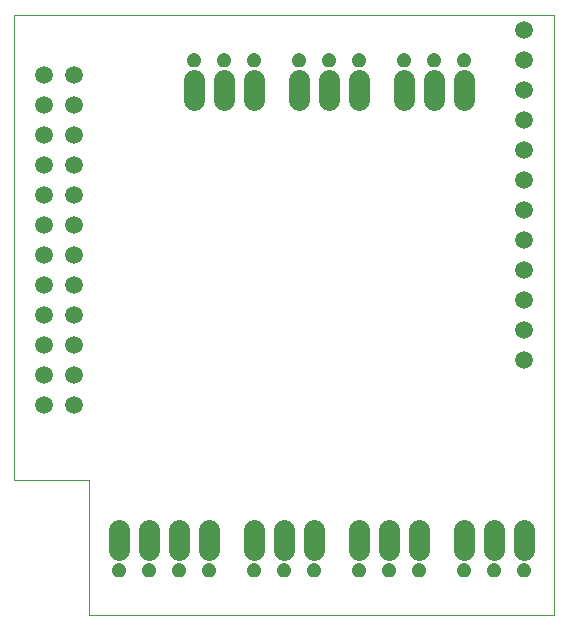
<source format=gbs>
G75*
%MOIN*%
%OFA0B0*%
%FSLAX25Y25*%
%IPPOS*%
%LPD*%
%AMOC8*
5,1,8,0,0,1.08239X$1,22.5*
%
%ADD10C,0.00000*%
%ADD11C,0.05943*%
%ADD12C,0.06896*%
%ADD13C,0.04731*%
D10*
X0062595Y0031433D02*
X0062595Y0076433D01*
X0037595Y0076433D01*
X0037595Y0231433D01*
X0217595Y0231433D01*
X0217595Y0031433D01*
X0062595Y0031433D01*
X0070430Y0046433D02*
X0070432Y0046526D01*
X0070438Y0046618D01*
X0070448Y0046710D01*
X0070462Y0046801D01*
X0070479Y0046892D01*
X0070501Y0046982D01*
X0070526Y0047071D01*
X0070555Y0047159D01*
X0070588Y0047245D01*
X0070625Y0047330D01*
X0070665Y0047414D01*
X0070709Y0047495D01*
X0070756Y0047575D01*
X0070806Y0047653D01*
X0070860Y0047728D01*
X0070917Y0047801D01*
X0070977Y0047871D01*
X0071040Y0047939D01*
X0071106Y0048004D01*
X0071174Y0048066D01*
X0071245Y0048126D01*
X0071319Y0048182D01*
X0071395Y0048235D01*
X0071473Y0048284D01*
X0071553Y0048331D01*
X0071635Y0048373D01*
X0071719Y0048413D01*
X0071804Y0048448D01*
X0071891Y0048480D01*
X0071979Y0048509D01*
X0072068Y0048533D01*
X0072158Y0048554D01*
X0072249Y0048570D01*
X0072341Y0048583D01*
X0072433Y0048592D01*
X0072526Y0048597D01*
X0072618Y0048598D01*
X0072711Y0048595D01*
X0072803Y0048588D01*
X0072895Y0048577D01*
X0072986Y0048562D01*
X0073077Y0048544D01*
X0073167Y0048521D01*
X0073255Y0048495D01*
X0073343Y0048465D01*
X0073429Y0048431D01*
X0073513Y0048394D01*
X0073596Y0048352D01*
X0073677Y0048308D01*
X0073757Y0048260D01*
X0073834Y0048209D01*
X0073908Y0048154D01*
X0073981Y0048096D01*
X0074051Y0048036D01*
X0074118Y0047972D01*
X0074182Y0047906D01*
X0074244Y0047836D01*
X0074302Y0047765D01*
X0074357Y0047691D01*
X0074409Y0047614D01*
X0074458Y0047535D01*
X0074504Y0047455D01*
X0074546Y0047372D01*
X0074584Y0047288D01*
X0074619Y0047202D01*
X0074650Y0047115D01*
X0074677Y0047027D01*
X0074700Y0046937D01*
X0074720Y0046847D01*
X0074736Y0046756D01*
X0074748Y0046664D01*
X0074756Y0046572D01*
X0074760Y0046479D01*
X0074760Y0046387D01*
X0074756Y0046294D01*
X0074748Y0046202D01*
X0074736Y0046110D01*
X0074720Y0046019D01*
X0074700Y0045929D01*
X0074677Y0045839D01*
X0074650Y0045751D01*
X0074619Y0045664D01*
X0074584Y0045578D01*
X0074546Y0045494D01*
X0074504Y0045411D01*
X0074458Y0045331D01*
X0074409Y0045252D01*
X0074357Y0045175D01*
X0074302Y0045101D01*
X0074244Y0045030D01*
X0074182Y0044960D01*
X0074118Y0044894D01*
X0074051Y0044830D01*
X0073981Y0044770D01*
X0073908Y0044712D01*
X0073834Y0044657D01*
X0073757Y0044606D01*
X0073678Y0044558D01*
X0073596Y0044514D01*
X0073513Y0044472D01*
X0073429Y0044435D01*
X0073343Y0044401D01*
X0073255Y0044371D01*
X0073167Y0044345D01*
X0073077Y0044322D01*
X0072986Y0044304D01*
X0072895Y0044289D01*
X0072803Y0044278D01*
X0072711Y0044271D01*
X0072618Y0044268D01*
X0072526Y0044269D01*
X0072433Y0044274D01*
X0072341Y0044283D01*
X0072249Y0044296D01*
X0072158Y0044312D01*
X0072068Y0044333D01*
X0071979Y0044357D01*
X0071891Y0044386D01*
X0071804Y0044418D01*
X0071719Y0044453D01*
X0071635Y0044493D01*
X0071553Y0044535D01*
X0071473Y0044582D01*
X0071395Y0044631D01*
X0071319Y0044684D01*
X0071245Y0044740D01*
X0071174Y0044800D01*
X0071106Y0044862D01*
X0071040Y0044927D01*
X0070977Y0044995D01*
X0070917Y0045065D01*
X0070860Y0045138D01*
X0070806Y0045213D01*
X0070756Y0045291D01*
X0070709Y0045371D01*
X0070665Y0045452D01*
X0070625Y0045536D01*
X0070588Y0045621D01*
X0070555Y0045707D01*
X0070526Y0045795D01*
X0070501Y0045884D01*
X0070479Y0045974D01*
X0070462Y0046065D01*
X0070448Y0046156D01*
X0070438Y0046248D01*
X0070432Y0046340D01*
X0070430Y0046433D01*
X0080430Y0046433D02*
X0080432Y0046526D01*
X0080438Y0046618D01*
X0080448Y0046710D01*
X0080462Y0046801D01*
X0080479Y0046892D01*
X0080501Y0046982D01*
X0080526Y0047071D01*
X0080555Y0047159D01*
X0080588Y0047245D01*
X0080625Y0047330D01*
X0080665Y0047414D01*
X0080709Y0047495D01*
X0080756Y0047575D01*
X0080806Y0047653D01*
X0080860Y0047728D01*
X0080917Y0047801D01*
X0080977Y0047871D01*
X0081040Y0047939D01*
X0081106Y0048004D01*
X0081174Y0048066D01*
X0081245Y0048126D01*
X0081319Y0048182D01*
X0081395Y0048235D01*
X0081473Y0048284D01*
X0081553Y0048331D01*
X0081635Y0048373D01*
X0081719Y0048413D01*
X0081804Y0048448D01*
X0081891Y0048480D01*
X0081979Y0048509D01*
X0082068Y0048533D01*
X0082158Y0048554D01*
X0082249Y0048570D01*
X0082341Y0048583D01*
X0082433Y0048592D01*
X0082526Y0048597D01*
X0082618Y0048598D01*
X0082711Y0048595D01*
X0082803Y0048588D01*
X0082895Y0048577D01*
X0082986Y0048562D01*
X0083077Y0048544D01*
X0083167Y0048521D01*
X0083255Y0048495D01*
X0083343Y0048465D01*
X0083429Y0048431D01*
X0083513Y0048394D01*
X0083596Y0048352D01*
X0083677Y0048308D01*
X0083757Y0048260D01*
X0083834Y0048209D01*
X0083908Y0048154D01*
X0083981Y0048096D01*
X0084051Y0048036D01*
X0084118Y0047972D01*
X0084182Y0047906D01*
X0084244Y0047836D01*
X0084302Y0047765D01*
X0084357Y0047691D01*
X0084409Y0047614D01*
X0084458Y0047535D01*
X0084504Y0047455D01*
X0084546Y0047372D01*
X0084584Y0047288D01*
X0084619Y0047202D01*
X0084650Y0047115D01*
X0084677Y0047027D01*
X0084700Y0046937D01*
X0084720Y0046847D01*
X0084736Y0046756D01*
X0084748Y0046664D01*
X0084756Y0046572D01*
X0084760Y0046479D01*
X0084760Y0046387D01*
X0084756Y0046294D01*
X0084748Y0046202D01*
X0084736Y0046110D01*
X0084720Y0046019D01*
X0084700Y0045929D01*
X0084677Y0045839D01*
X0084650Y0045751D01*
X0084619Y0045664D01*
X0084584Y0045578D01*
X0084546Y0045494D01*
X0084504Y0045411D01*
X0084458Y0045331D01*
X0084409Y0045252D01*
X0084357Y0045175D01*
X0084302Y0045101D01*
X0084244Y0045030D01*
X0084182Y0044960D01*
X0084118Y0044894D01*
X0084051Y0044830D01*
X0083981Y0044770D01*
X0083908Y0044712D01*
X0083834Y0044657D01*
X0083757Y0044606D01*
X0083678Y0044558D01*
X0083596Y0044514D01*
X0083513Y0044472D01*
X0083429Y0044435D01*
X0083343Y0044401D01*
X0083255Y0044371D01*
X0083167Y0044345D01*
X0083077Y0044322D01*
X0082986Y0044304D01*
X0082895Y0044289D01*
X0082803Y0044278D01*
X0082711Y0044271D01*
X0082618Y0044268D01*
X0082526Y0044269D01*
X0082433Y0044274D01*
X0082341Y0044283D01*
X0082249Y0044296D01*
X0082158Y0044312D01*
X0082068Y0044333D01*
X0081979Y0044357D01*
X0081891Y0044386D01*
X0081804Y0044418D01*
X0081719Y0044453D01*
X0081635Y0044493D01*
X0081553Y0044535D01*
X0081473Y0044582D01*
X0081395Y0044631D01*
X0081319Y0044684D01*
X0081245Y0044740D01*
X0081174Y0044800D01*
X0081106Y0044862D01*
X0081040Y0044927D01*
X0080977Y0044995D01*
X0080917Y0045065D01*
X0080860Y0045138D01*
X0080806Y0045213D01*
X0080756Y0045291D01*
X0080709Y0045371D01*
X0080665Y0045452D01*
X0080625Y0045536D01*
X0080588Y0045621D01*
X0080555Y0045707D01*
X0080526Y0045795D01*
X0080501Y0045884D01*
X0080479Y0045974D01*
X0080462Y0046065D01*
X0080448Y0046156D01*
X0080438Y0046248D01*
X0080432Y0046340D01*
X0080430Y0046433D01*
X0090430Y0046433D02*
X0090432Y0046526D01*
X0090438Y0046618D01*
X0090448Y0046710D01*
X0090462Y0046801D01*
X0090479Y0046892D01*
X0090501Y0046982D01*
X0090526Y0047071D01*
X0090555Y0047159D01*
X0090588Y0047245D01*
X0090625Y0047330D01*
X0090665Y0047414D01*
X0090709Y0047495D01*
X0090756Y0047575D01*
X0090806Y0047653D01*
X0090860Y0047728D01*
X0090917Y0047801D01*
X0090977Y0047871D01*
X0091040Y0047939D01*
X0091106Y0048004D01*
X0091174Y0048066D01*
X0091245Y0048126D01*
X0091319Y0048182D01*
X0091395Y0048235D01*
X0091473Y0048284D01*
X0091553Y0048331D01*
X0091635Y0048373D01*
X0091719Y0048413D01*
X0091804Y0048448D01*
X0091891Y0048480D01*
X0091979Y0048509D01*
X0092068Y0048533D01*
X0092158Y0048554D01*
X0092249Y0048570D01*
X0092341Y0048583D01*
X0092433Y0048592D01*
X0092526Y0048597D01*
X0092618Y0048598D01*
X0092711Y0048595D01*
X0092803Y0048588D01*
X0092895Y0048577D01*
X0092986Y0048562D01*
X0093077Y0048544D01*
X0093167Y0048521D01*
X0093255Y0048495D01*
X0093343Y0048465D01*
X0093429Y0048431D01*
X0093513Y0048394D01*
X0093596Y0048352D01*
X0093677Y0048308D01*
X0093757Y0048260D01*
X0093834Y0048209D01*
X0093908Y0048154D01*
X0093981Y0048096D01*
X0094051Y0048036D01*
X0094118Y0047972D01*
X0094182Y0047906D01*
X0094244Y0047836D01*
X0094302Y0047765D01*
X0094357Y0047691D01*
X0094409Y0047614D01*
X0094458Y0047535D01*
X0094504Y0047455D01*
X0094546Y0047372D01*
X0094584Y0047288D01*
X0094619Y0047202D01*
X0094650Y0047115D01*
X0094677Y0047027D01*
X0094700Y0046937D01*
X0094720Y0046847D01*
X0094736Y0046756D01*
X0094748Y0046664D01*
X0094756Y0046572D01*
X0094760Y0046479D01*
X0094760Y0046387D01*
X0094756Y0046294D01*
X0094748Y0046202D01*
X0094736Y0046110D01*
X0094720Y0046019D01*
X0094700Y0045929D01*
X0094677Y0045839D01*
X0094650Y0045751D01*
X0094619Y0045664D01*
X0094584Y0045578D01*
X0094546Y0045494D01*
X0094504Y0045411D01*
X0094458Y0045331D01*
X0094409Y0045252D01*
X0094357Y0045175D01*
X0094302Y0045101D01*
X0094244Y0045030D01*
X0094182Y0044960D01*
X0094118Y0044894D01*
X0094051Y0044830D01*
X0093981Y0044770D01*
X0093908Y0044712D01*
X0093834Y0044657D01*
X0093757Y0044606D01*
X0093678Y0044558D01*
X0093596Y0044514D01*
X0093513Y0044472D01*
X0093429Y0044435D01*
X0093343Y0044401D01*
X0093255Y0044371D01*
X0093167Y0044345D01*
X0093077Y0044322D01*
X0092986Y0044304D01*
X0092895Y0044289D01*
X0092803Y0044278D01*
X0092711Y0044271D01*
X0092618Y0044268D01*
X0092526Y0044269D01*
X0092433Y0044274D01*
X0092341Y0044283D01*
X0092249Y0044296D01*
X0092158Y0044312D01*
X0092068Y0044333D01*
X0091979Y0044357D01*
X0091891Y0044386D01*
X0091804Y0044418D01*
X0091719Y0044453D01*
X0091635Y0044493D01*
X0091553Y0044535D01*
X0091473Y0044582D01*
X0091395Y0044631D01*
X0091319Y0044684D01*
X0091245Y0044740D01*
X0091174Y0044800D01*
X0091106Y0044862D01*
X0091040Y0044927D01*
X0090977Y0044995D01*
X0090917Y0045065D01*
X0090860Y0045138D01*
X0090806Y0045213D01*
X0090756Y0045291D01*
X0090709Y0045371D01*
X0090665Y0045452D01*
X0090625Y0045536D01*
X0090588Y0045621D01*
X0090555Y0045707D01*
X0090526Y0045795D01*
X0090501Y0045884D01*
X0090479Y0045974D01*
X0090462Y0046065D01*
X0090448Y0046156D01*
X0090438Y0046248D01*
X0090432Y0046340D01*
X0090430Y0046433D01*
X0100430Y0046433D02*
X0100432Y0046526D01*
X0100438Y0046618D01*
X0100448Y0046710D01*
X0100462Y0046801D01*
X0100479Y0046892D01*
X0100501Y0046982D01*
X0100526Y0047071D01*
X0100555Y0047159D01*
X0100588Y0047245D01*
X0100625Y0047330D01*
X0100665Y0047414D01*
X0100709Y0047495D01*
X0100756Y0047575D01*
X0100806Y0047653D01*
X0100860Y0047728D01*
X0100917Y0047801D01*
X0100977Y0047871D01*
X0101040Y0047939D01*
X0101106Y0048004D01*
X0101174Y0048066D01*
X0101245Y0048126D01*
X0101319Y0048182D01*
X0101395Y0048235D01*
X0101473Y0048284D01*
X0101553Y0048331D01*
X0101635Y0048373D01*
X0101719Y0048413D01*
X0101804Y0048448D01*
X0101891Y0048480D01*
X0101979Y0048509D01*
X0102068Y0048533D01*
X0102158Y0048554D01*
X0102249Y0048570D01*
X0102341Y0048583D01*
X0102433Y0048592D01*
X0102526Y0048597D01*
X0102618Y0048598D01*
X0102711Y0048595D01*
X0102803Y0048588D01*
X0102895Y0048577D01*
X0102986Y0048562D01*
X0103077Y0048544D01*
X0103167Y0048521D01*
X0103255Y0048495D01*
X0103343Y0048465D01*
X0103429Y0048431D01*
X0103513Y0048394D01*
X0103596Y0048352D01*
X0103677Y0048308D01*
X0103757Y0048260D01*
X0103834Y0048209D01*
X0103908Y0048154D01*
X0103981Y0048096D01*
X0104051Y0048036D01*
X0104118Y0047972D01*
X0104182Y0047906D01*
X0104244Y0047836D01*
X0104302Y0047765D01*
X0104357Y0047691D01*
X0104409Y0047614D01*
X0104458Y0047535D01*
X0104504Y0047455D01*
X0104546Y0047372D01*
X0104584Y0047288D01*
X0104619Y0047202D01*
X0104650Y0047115D01*
X0104677Y0047027D01*
X0104700Y0046937D01*
X0104720Y0046847D01*
X0104736Y0046756D01*
X0104748Y0046664D01*
X0104756Y0046572D01*
X0104760Y0046479D01*
X0104760Y0046387D01*
X0104756Y0046294D01*
X0104748Y0046202D01*
X0104736Y0046110D01*
X0104720Y0046019D01*
X0104700Y0045929D01*
X0104677Y0045839D01*
X0104650Y0045751D01*
X0104619Y0045664D01*
X0104584Y0045578D01*
X0104546Y0045494D01*
X0104504Y0045411D01*
X0104458Y0045331D01*
X0104409Y0045252D01*
X0104357Y0045175D01*
X0104302Y0045101D01*
X0104244Y0045030D01*
X0104182Y0044960D01*
X0104118Y0044894D01*
X0104051Y0044830D01*
X0103981Y0044770D01*
X0103908Y0044712D01*
X0103834Y0044657D01*
X0103757Y0044606D01*
X0103678Y0044558D01*
X0103596Y0044514D01*
X0103513Y0044472D01*
X0103429Y0044435D01*
X0103343Y0044401D01*
X0103255Y0044371D01*
X0103167Y0044345D01*
X0103077Y0044322D01*
X0102986Y0044304D01*
X0102895Y0044289D01*
X0102803Y0044278D01*
X0102711Y0044271D01*
X0102618Y0044268D01*
X0102526Y0044269D01*
X0102433Y0044274D01*
X0102341Y0044283D01*
X0102249Y0044296D01*
X0102158Y0044312D01*
X0102068Y0044333D01*
X0101979Y0044357D01*
X0101891Y0044386D01*
X0101804Y0044418D01*
X0101719Y0044453D01*
X0101635Y0044493D01*
X0101553Y0044535D01*
X0101473Y0044582D01*
X0101395Y0044631D01*
X0101319Y0044684D01*
X0101245Y0044740D01*
X0101174Y0044800D01*
X0101106Y0044862D01*
X0101040Y0044927D01*
X0100977Y0044995D01*
X0100917Y0045065D01*
X0100860Y0045138D01*
X0100806Y0045213D01*
X0100756Y0045291D01*
X0100709Y0045371D01*
X0100665Y0045452D01*
X0100625Y0045536D01*
X0100588Y0045621D01*
X0100555Y0045707D01*
X0100526Y0045795D01*
X0100501Y0045884D01*
X0100479Y0045974D01*
X0100462Y0046065D01*
X0100448Y0046156D01*
X0100438Y0046248D01*
X0100432Y0046340D01*
X0100430Y0046433D01*
X0115430Y0046433D02*
X0115432Y0046526D01*
X0115438Y0046618D01*
X0115448Y0046710D01*
X0115462Y0046801D01*
X0115479Y0046892D01*
X0115501Y0046982D01*
X0115526Y0047071D01*
X0115555Y0047159D01*
X0115588Y0047245D01*
X0115625Y0047330D01*
X0115665Y0047414D01*
X0115709Y0047495D01*
X0115756Y0047575D01*
X0115806Y0047653D01*
X0115860Y0047728D01*
X0115917Y0047801D01*
X0115977Y0047871D01*
X0116040Y0047939D01*
X0116106Y0048004D01*
X0116174Y0048066D01*
X0116245Y0048126D01*
X0116319Y0048182D01*
X0116395Y0048235D01*
X0116473Y0048284D01*
X0116553Y0048331D01*
X0116635Y0048373D01*
X0116719Y0048413D01*
X0116804Y0048448D01*
X0116891Y0048480D01*
X0116979Y0048509D01*
X0117068Y0048533D01*
X0117158Y0048554D01*
X0117249Y0048570D01*
X0117341Y0048583D01*
X0117433Y0048592D01*
X0117526Y0048597D01*
X0117618Y0048598D01*
X0117711Y0048595D01*
X0117803Y0048588D01*
X0117895Y0048577D01*
X0117986Y0048562D01*
X0118077Y0048544D01*
X0118167Y0048521D01*
X0118255Y0048495D01*
X0118343Y0048465D01*
X0118429Y0048431D01*
X0118513Y0048394D01*
X0118596Y0048352D01*
X0118677Y0048308D01*
X0118757Y0048260D01*
X0118834Y0048209D01*
X0118908Y0048154D01*
X0118981Y0048096D01*
X0119051Y0048036D01*
X0119118Y0047972D01*
X0119182Y0047906D01*
X0119244Y0047836D01*
X0119302Y0047765D01*
X0119357Y0047691D01*
X0119409Y0047614D01*
X0119458Y0047535D01*
X0119504Y0047455D01*
X0119546Y0047372D01*
X0119584Y0047288D01*
X0119619Y0047202D01*
X0119650Y0047115D01*
X0119677Y0047027D01*
X0119700Y0046937D01*
X0119720Y0046847D01*
X0119736Y0046756D01*
X0119748Y0046664D01*
X0119756Y0046572D01*
X0119760Y0046479D01*
X0119760Y0046387D01*
X0119756Y0046294D01*
X0119748Y0046202D01*
X0119736Y0046110D01*
X0119720Y0046019D01*
X0119700Y0045929D01*
X0119677Y0045839D01*
X0119650Y0045751D01*
X0119619Y0045664D01*
X0119584Y0045578D01*
X0119546Y0045494D01*
X0119504Y0045411D01*
X0119458Y0045331D01*
X0119409Y0045252D01*
X0119357Y0045175D01*
X0119302Y0045101D01*
X0119244Y0045030D01*
X0119182Y0044960D01*
X0119118Y0044894D01*
X0119051Y0044830D01*
X0118981Y0044770D01*
X0118908Y0044712D01*
X0118834Y0044657D01*
X0118757Y0044606D01*
X0118678Y0044558D01*
X0118596Y0044514D01*
X0118513Y0044472D01*
X0118429Y0044435D01*
X0118343Y0044401D01*
X0118255Y0044371D01*
X0118167Y0044345D01*
X0118077Y0044322D01*
X0117986Y0044304D01*
X0117895Y0044289D01*
X0117803Y0044278D01*
X0117711Y0044271D01*
X0117618Y0044268D01*
X0117526Y0044269D01*
X0117433Y0044274D01*
X0117341Y0044283D01*
X0117249Y0044296D01*
X0117158Y0044312D01*
X0117068Y0044333D01*
X0116979Y0044357D01*
X0116891Y0044386D01*
X0116804Y0044418D01*
X0116719Y0044453D01*
X0116635Y0044493D01*
X0116553Y0044535D01*
X0116473Y0044582D01*
X0116395Y0044631D01*
X0116319Y0044684D01*
X0116245Y0044740D01*
X0116174Y0044800D01*
X0116106Y0044862D01*
X0116040Y0044927D01*
X0115977Y0044995D01*
X0115917Y0045065D01*
X0115860Y0045138D01*
X0115806Y0045213D01*
X0115756Y0045291D01*
X0115709Y0045371D01*
X0115665Y0045452D01*
X0115625Y0045536D01*
X0115588Y0045621D01*
X0115555Y0045707D01*
X0115526Y0045795D01*
X0115501Y0045884D01*
X0115479Y0045974D01*
X0115462Y0046065D01*
X0115448Y0046156D01*
X0115438Y0046248D01*
X0115432Y0046340D01*
X0115430Y0046433D01*
X0125430Y0046433D02*
X0125432Y0046526D01*
X0125438Y0046618D01*
X0125448Y0046710D01*
X0125462Y0046801D01*
X0125479Y0046892D01*
X0125501Y0046982D01*
X0125526Y0047071D01*
X0125555Y0047159D01*
X0125588Y0047245D01*
X0125625Y0047330D01*
X0125665Y0047414D01*
X0125709Y0047495D01*
X0125756Y0047575D01*
X0125806Y0047653D01*
X0125860Y0047728D01*
X0125917Y0047801D01*
X0125977Y0047871D01*
X0126040Y0047939D01*
X0126106Y0048004D01*
X0126174Y0048066D01*
X0126245Y0048126D01*
X0126319Y0048182D01*
X0126395Y0048235D01*
X0126473Y0048284D01*
X0126553Y0048331D01*
X0126635Y0048373D01*
X0126719Y0048413D01*
X0126804Y0048448D01*
X0126891Y0048480D01*
X0126979Y0048509D01*
X0127068Y0048533D01*
X0127158Y0048554D01*
X0127249Y0048570D01*
X0127341Y0048583D01*
X0127433Y0048592D01*
X0127526Y0048597D01*
X0127618Y0048598D01*
X0127711Y0048595D01*
X0127803Y0048588D01*
X0127895Y0048577D01*
X0127986Y0048562D01*
X0128077Y0048544D01*
X0128167Y0048521D01*
X0128255Y0048495D01*
X0128343Y0048465D01*
X0128429Y0048431D01*
X0128513Y0048394D01*
X0128596Y0048352D01*
X0128677Y0048308D01*
X0128757Y0048260D01*
X0128834Y0048209D01*
X0128908Y0048154D01*
X0128981Y0048096D01*
X0129051Y0048036D01*
X0129118Y0047972D01*
X0129182Y0047906D01*
X0129244Y0047836D01*
X0129302Y0047765D01*
X0129357Y0047691D01*
X0129409Y0047614D01*
X0129458Y0047535D01*
X0129504Y0047455D01*
X0129546Y0047372D01*
X0129584Y0047288D01*
X0129619Y0047202D01*
X0129650Y0047115D01*
X0129677Y0047027D01*
X0129700Y0046937D01*
X0129720Y0046847D01*
X0129736Y0046756D01*
X0129748Y0046664D01*
X0129756Y0046572D01*
X0129760Y0046479D01*
X0129760Y0046387D01*
X0129756Y0046294D01*
X0129748Y0046202D01*
X0129736Y0046110D01*
X0129720Y0046019D01*
X0129700Y0045929D01*
X0129677Y0045839D01*
X0129650Y0045751D01*
X0129619Y0045664D01*
X0129584Y0045578D01*
X0129546Y0045494D01*
X0129504Y0045411D01*
X0129458Y0045331D01*
X0129409Y0045252D01*
X0129357Y0045175D01*
X0129302Y0045101D01*
X0129244Y0045030D01*
X0129182Y0044960D01*
X0129118Y0044894D01*
X0129051Y0044830D01*
X0128981Y0044770D01*
X0128908Y0044712D01*
X0128834Y0044657D01*
X0128757Y0044606D01*
X0128678Y0044558D01*
X0128596Y0044514D01*
X0128513Y0044472D01*
X0128429Y0044435D01*
X0128343Y0044401D01*
X0128255Y0044371D01*
X0128167Y0044345D01*
X0128077Y0044322D01*
X0127986Y0044304D01*
X0127895Y0044289D01*
X0127803Y0044278D01*
X0127711Y0044271D01*
X0127618Y0044268D01*
X0127526Y0044269D01*
X0127433Y0044274D01*
X0127341Y0044283D01*
X0127249Y0044296D01*
X0127158Y0044312D01*
X0127068Y0044333D01*
X0126979Y0044357D01*
X0126891Y0044386D01*
X0126804Y0044418D01*
X0126719Y0044453D01*
X0126635Y0044493D01*
X0126553Y0044535D01*
X0126473Y0044582D01*
X0126395Y0044631D01*
X0126319Y0044684D01*
X0126245Y0044740D01*
X0126174Y0044800D01*
X0126106Y0044862D01*
X0126040Y0044927D01*
X0125977Y0044995D01*
X0125917Y0045065D01*
X0125860Y0045138D01*
X0125806Y0045213D01*
X0125756Y0045291D01*
X0125709Y0045371D01*
X0125665Y0045452D01*
X0125625Y0045536D01*
X0125588Y0045621D01*
X0125555Y0045707D01*
X0125526Y0045795D01*
X0125501Y0045884D01*
X0125479Y0045974D01*
X0125462Y0046065D01*
X0125448Y0046156D01*
X0125438Y0046248D01*
X0125432Y0046340D01*
X0125430Y0046433D01*
X0135430Y0046433D02*
X0135432Y0046526D01*
X0135438Y0046618D01*
X0135448Y0046710D01*
X0135462Y0046801D01*
X0135479Y0046892D01*
X0135501Y0046982D01*
X0135526Y0047071D01*
X0135555Y0047159D01*
X0135588Y0047245D01*
X0135625Y0047330D01*
X0135665Y0047414D01*
X0135709Y0047495D01*
X0135756Y0047575D01*
X0135806Y0047653D01*
X0135860Y0047728D01*
X0135917Y0047801D01*
X0135977Y0047871D01*
X0136040Y0047939D01*
X0136106Y0048004D01*
X0136174Y0048066D01*
X0136245Y0048126D01*
X0136319Y0048182D01*
X0136395Y0048235D01*
X0136473Y0048284D01*
X0136553Y0048331D01*
X0136635Y0048373D01*
X0136719Y0048413D01*
X0136804Y0048448D01*
X0136891Y0048480D01*
X0136979Y0048509D01*
X0137068Y0048533D01*
X0137158Y0048554D01*
X0137249Y0048570D01*
X0137341Y0048583D01*
X0137433Y0048592D01*
X0137526Y0048597D01*
X0137618Y0048598D01*
X0137711Y0048595D01*
X0137803Y0048588D01*
X0137895Y0048577D01*
X0137986Y0048562D01*
X0138077Y0048544D01*
X0138167Y0048521D01*
X0138255Y0048495D01*
X0138343Y0048465D01*
X0138429Y0048431D01*
X0138513Y0048394D01*
X0138596Y0048352D01*
X0138677Y0048308D01*
X0138757Y0048260D01*
X0138834Y0048209D01*
X0138908Y0048154D01*
X0138981Y0048096D01*
X0139051Y0048036D01*
X0139118Y0047972D01*
X0139182Y0047906D01*
X0139244Y0047836D01*
X0139302Y0047765D01*
X0139357Y0047691D01*
X0139409Y0047614D01*
X0139458Y0047535D01*
X0139504Y0047455D01*
X0139546Y0047372D01*
X0139584Y0047288D01*
X0139619Y0047202D01*
X0139650Y0047115D01*
X0139677Y0047027D01*
X0139700Y0046937D01*
X0139720Y0046847D01*
X0139736Y0046756D01*
X0139748Y0046664D01*
X0139756Y0046572D01*
X0139760Y0046479D01*
X0139760Y0046387D01*
X0139756Y0046294D01*
X0139748Y0046202D01*
X0139736Y0046110D01*
X0139720Y0046019D01*
X0139700Y0045929D01*
X0139677Y0045839D01*
X0139650Y0045751D01*
X0139619Y0045664D01*
X0139584Y0045578D01*
X0139546Y0045494D01*
X0139504Y0045411D01*
X0139458Y0045331D01*
X0139409Y0045252D01*
X0139357Y0045175D01*
X0139302Y0045101D01*
X0139244Y0045030D01*
X0139182Y0044960D01*
X0139118Y0044894D01*
X0139051Y0044830D01*
X0138981Y0044770D01*
X0138908Y0044712D01*
X0138834Y0044657D01*
X0138757Y0044606D01*
X0138678Y0044558D01*
X0138596Y0044514D01*
X0138513Y0044472D01*
X0138429Y0044435D01*
X0138343Y0044401D01*
X0138255Y0044371D01*
X0138167Y0044345D01*
X0138077Y0044322D01*
X0137986Y0044304D01*
X0137895Y0044289D01*
X0137803Y0044278D01*
X0137711Y0044271D01*
X0137618Y0044268D01*
X0137526Y0044269D01*
X0137433Y0044274D01*
X0137341Y0044283D01*
X0137249Y0044296D01*
X0137158Y0044312D01*
X0137068Y0044333D01*
X0136979Y0044357D01*
X0136891Y0044386D01*
X0136804Y0044418D01*
X0136719Y0044453D01*
X0136635Y0044493D01*
X0136553Y0044535D01*
X0136473Y0044582D01*
X0136395Y0044631D01*
X0136319Y0044684D01*
X0136245Y0044740D01*
X0136174Y0044800D01*
X0136106Y0044862D01*
X0136040Y0044927D01*
X0135977Y0044995D01*
X0135917Y0045065D01*
X0135860Y0045138D01*
X0135806Y0045213D01*
X0135756Y0045291D01*
X0135709Y0045371D01*
X0135665Y0045452D01*
X0135625Y0045536D01*
X0135588Y0045621D01*
X0135555Y0045707D01*
X0135526Y0045795D01*
X0135501Y0045884D01*
X0135479Y0045974D01*
X0135462Y0046065D01*
X0135448Y0046156D01*
X0135438Y0046248D01*
X0135432Y0046340D01*
X0135430Y0046433D01*
X0150430Y0046433D02*
X0150432Y0046526D01*
X0150438Y0046618D01*
X0150448Y0046710D01*
X0150462Y0046801D01*
X0150479Y0046892D01*
X0150501Y0046982D01*
X0150526Y0047071D01*
X0150555Y0047159D01*
X0150588Y0047245D01*
X0150625Y0047330D01*
X0150665Y0047414D01*
X0150709Y0047495D01*
X0150756Y0047575D01*
X0150806Y0047653D01*
X0150860Y0047728D01*
X0150917Y0047801D01*
X0150977Y0047871D01*
X0151040Y0047939D01*
X0151106Y0048004D01*
X0151174Y0048066D01*
X0151245Y0048126D01*
X0151319Y0048182D01*
X0151395Y0048235D01*
X0151473Y0048284D01*
X0151553Y0048331D01*
X0151635Y0048373D01*
X0151719Y0048413D01*
X0151804Y0048448D01*
X0151891Y0048480D01*
X0151979Y0048509D01*
X0152068Y0048533D01*
X0152158Y0048554D01*
X0152249Y0048570D01*
X0152341Y0048583D01*
X0152433Y0048592D01*
X0152526Y0048597D01*
X0152618Y0048598D01*
X0152711Y0048595D01*
X0152803Y0048588D01*
X0152895Y0048577D01*
X0152986Y0048562D01*
X0153077Y0048544D01*
X0153167Y0048521D01*
X0153255Y0048495D01*
X0153343Y0048465D01*
X0153429Y0048431D01*
X0153513Y0048394D01*
X0153596Y0048352D01*
X0153677Y0048308D01*
X0153757Y0048260D01*
X0153834Y0048209D01*
X0153908Y0048154D01*
X0153981Y0048096D01*
X0154051Y0048036D01*
X0154118Y0047972D01*
X0154182Y0047906D01*
X0154244Y0047836D01*
X0154302Y0047765D01*
X0154357Y0047691D01*
X0154409Y0047614D01*
X0154458Y0047535D01*
X0154504Y0047455D01*
X0154546Y0047372D01*
X0154584Y0047288D01*
X0154619Y0047202D01*
X0154650Y0047115D01*
X0154677Y0047027D01*
X0154700Y0046937D01*
X0154720Y0046847D01*
X0154736Y0046756D01*
X0154748Y0046664D01*
X0154756Y0046572D01*
X0154760Y0046479D01*
X0154760Y0046387D01*
X0154756Y0046294D01*
X0154748Y0046202D01*
X0154736Y0046110D01*
X0154720Y0046019D01*
X0154700Y0045929D01*
X0154677Y0045839D01*
X0154650Y0045751D01*
X0154619Y0045664D01*
X0154584Y0045578D01*
X0154546Y0045494D01*
X0154504Y0045411D01*
X0154458Y0045331D01*
X0154409Y0045252D01*
X0154357Y0045175D01*
X0154302Y0045101D01*
X0154244Y0045030D01*
X0154182Y0044960D01*
X0154118Y0044894D01*
X0154051Y0044830D01*
X0153981Y0044770D01*
X0153908Y0044712D01*
X0153834Y0044657D01*
X0153757Y0044606D01*
X0153678Y0044558D01*
X0153596Y0044514D01*
X0153513Y0044472D01*
X0153429Y0044435D01*
X0153343Y0044401D01*
X0153255Y0044371D01*
X0153167Y0044345D01*
X0153077Y0044322D01*
X0152986Y0044304D01*
X0152895Y0044289D01*
X0152803Y0044278D01*
X0152711Y0044271D01*
X0152618Y0044268D01*
X0152526Y0044269D01*
X0152433Y0044274D01*
X0152341Y0044283D01*
X0152249Y0044296D01*
X0152158Y0044312D01*
X0152068Y0044333D01*
X0151979Y0044357D01*
X0151891Y0044386D01*
X0151804Y0044418D01*
X0151719Y0044453D01*
X0151635Y0044493D01*
X0151553Y0044535D01*
X0151473Y0044582D01*
X0151395Y0044631D01*
X0151319Y0044684D01*
X0151245Y0044740D01*
X0151174Y0044800D01*
X0151106Y0044862D01*
X0151040Y0044927D01*
X0150977Y0044995D01*
X0150917Y0045065D01*
X0150860Y0045138D01*
X0150806Y0045213D01*
X0150756Y0045291D01*
X0150709Y0045371D01*
X0150665Y0045452D01*
X0150625Y0045536D01*
X0150588Y0045621D01*
X0150555Y0045707D01*
X0150526Y0045795D01*
X0150501Y0045884D01*
X0150479Y0045974D01*
X0150462Y0046065D01*
X0150448Y0046156D01*
X0150438Y0046248D01*
X0150432Y0046340D01*
X0150430Y0046433D01*
X0160430Y0046433D02*
X0160432Y0046526D01*
X0160438Y0046618D01*
X0160448Y0046710D01*
X0160462Y0046801D01*
X0160479Y0046892D01*
X0160501Y0046982D01*
X0160526Y0047071D01*
X0160555Y0047159D01*
X0160588Y0047245D01*
X0160625Y0047330D01*
X0160665Y0047414D01*
X0160709Y0047495D01*
X0160756Y0047575D01*
X0160806Y0047653D01*
X0160860Y0047728D01*
X0160917Y0047801D01*
X0160977Y0047871D01*
X0161040Y0047939D01*
X0161106Y0048004D01*
X0161174Y0048066D01*
X0161245Y0048126D01*
X0161319Y0048182D01*
X0161395Y0048235D01*
X0161473Y0048284D01*
X0161553Y0048331D01*
X0161635Y0048373D01*
X0161719Y0048413D01*
X0161804Y0048448D01*
X0161891Y0048480D01*
X0161979Y0048509D01*
X0162068Y0048533D01*
X0162158Y0048554D01*
X0162249Y0048570D01*
X0162341Y0048583D01*
X0162433Y0048592D01*
X0162526Y0048597D01*
X0162618Y0048598D01*
X0162711Y0048595D01*
X0162803Y0048588D01*
X0162895Y0048577D01*
X0162986Y0048562D01*
X0163077Y0048544D01*
X0163167Y0048521D01*
X0163255Y0048495D01*
X0163343Y0048465D01*
X0163429Y0048431D01*
X0163513Y0048394D01*
X0163596Y0048352D01*
X0163677Y0048308D01*
X0163757Y0048260D01*
X0163834Y0048209D01*
X0163908Y0048154D01*
X0163981Y0048096D01*
X0164051Y0048036D01*
X0164118Y0047972D01*
X0164182Y0047906D01*
X0164244Y0047836D01*
X0164302Y0047765D01*
X0164357Y0047691D01*
X0164409Y0047614D01*
X0164458Y0047535D01*
X0164504Y0047455D01*
X0164546Y0047372D01*
X0164584Y0047288D01*
X0164619Y0047202D01*
X0164650Y0047115D01*
X0164677Y0047027D01*
X0164700Y0046937D01*
X0164720Y0046847D01*
X0164736Y0046756D01*
X0164748Y0046664D01*
X0164756Y0046572D01*
X0164760Y0046479D01*
X0164760Y0046387D01*
X0164756Y0046294D01*
X0164748Y0046202D01*
X0164736Y0046110D01*
X0164720Y0046019D01*
X0164700Y0045929D01*
X0164677Y0045839D01*
X0164650Y0045751D01*
X0164619Y0045664D01*
X0164584Y0045578D01*
X0164546Y0045494D01*
X0164504Y0045411D01*
X0164458Y0045331D01*
X0164409Y0045252D01*
X0164357Y0045175D01*
X0164302Y0045101D01*
X0164244Y0045030D01*
X0164182Y0044960D01*
X0164118Y0044894D01*
X0164051Y0044830D01*
X0163981Y0044770D01*
X0163908Y0044712D01*
X0163834Y0044657D01*
X0163757Y0044606D01*
X0163678Y0044558D01*
X0163596Y0044514D01*
X0163513Y0044472D01*
X0163429Y0044435D01*
X0163343Y0044401D01*
X0163255Y0044371D01*
X0163167Y0044345D01*
X0163077Y0044322D01*
X0162986Y0044304D01*
X0162895Y0044289D01*
X0162803Y0044278D01*
X0162711Y0044271D01*
X0162618Y0044268D01*
X0162526Y0044269D01*
X0162433Y0044274D01*
X0162341Y0044283D01*
X0162249Y0044296D01*
X0162158Y0044312D01*
X0162068Y0044333D01*
X0161979Y0044357D01*
X0161891Y0044386D01*
X0161804Y0044418D01*
X0161719Y0044453D01*
X0161635Y0044493D01*
X0161553Y0044535D01*
X0161473Y0044582D01*
X0161395Y0044631D01*
X0161319Y0044684D01*
X0161245Y0044740D01*
X0161174Y0044800D01*
X0161106Y0044862D01*
X0161040Y0044927D01*
X0160977Y0044995D01*
X0160917Y0045065D01*
X0160860Y0045138D01*
X0160806Y0045213D01*
X0160756Y0045291D01*
X0160709Y0045371D01*
X0160665Y0045452D01*
X0160625Y0045536D01*
X0160588Y0045621D01*
X0160555Y0045707D01*
X0160526Y0045795D01*
X0160501Y0045884D01*
X0160479Y0045974D01*
X0160462Y0046065D01*
X0160448Y0046156D01*
X0160438Y0046248D01*
X0160432Y0046340D01*
X0160430Y0046433D01*
X0170430Y0046433D02*
X0170432Y0046526D01*
X0170438Y0046618D01*
X0170448Y0046710D01*
X0170462Y0046801D01*
X0170479Y0046892D01*
X0170501Y0046982D01*
X0170526Y0047071D01*
X0170555Y0047159D01*
X0170588Y0047245D01*
X0170625Y0047330D01*
X0170665Y0047414D01*
X0170709Y0047495D01*
X0170756Y0047575D01*
X0170806Y0047653D01*
X0170860Y0047728D01*
X0170917Y0047801D01*
X0170977Y0047871D01*
X0171040Y0047939D01*
X0171106Y0048004D01*
X0171174Y0048066D01*
X0171245Y0048126D01*
X0171319Y0048182D01*
X0171395Y0048235D01*
X0171473Y0048284D01*
X0171553Y0048331D01*
X0171635Y0048373D01*
X0171719Y0048413D01*
X0171804Y0048448D01*
X0171891Y0048480D01*
X0171979Y0048509D01*
X0172068Y0048533D01*
X0172158Y0048554D01*
X0172249Y0048570D01*
X0172341Y0048583D01*
X0172433Y0048592D01*
X0172526Y0048597D01*
X0172618Y0048598D01*
X0172711Y0048595D01*
X0172803Y0048588D01*
X0172895Y0048577D01*
X0172986Y0048562D01*
X0173077Y0048544D01*
X0173167Y0048521D01*
X0173255Y0048495D01*
X0173343Y0048465D01*
X0173429Y0048431D01*
X0173513Y0048394D01*
X0173596Y0048352D01*
X0173677Y0048308D01*
X0173757Y0048260D01*
X0173834Y0048209D01*
X0173908Y0048154D01*
X0173981Y0048096D01*
X0174051Y0048036D01*
X0174118Y0047972D01*
X0174182Y0047906D01*
X0174244Y0047836D01*
X0174302Y0047765D01*
X0174357Y0047691D01*
X0174409Y0047614D01*
X0174458Y0047535D01*
X0174504Y0047455D01*
X0174546Y0047372D01*
X0174584Y0047288D01*
X0174619Y0047202D01*
X0174650Y0047115D01*
X0174677Y0047027D01*
X0174700Y0046937D01*
X0174720Y0046847D01*
X0174736Y0046756D01*
X0174748Y0046664D01*
X0174756Y0046572D01*
X0174760Y0046479D01*
X0174760Y0046387D01*
X0174756Y0046294D01*
X0174748Y0046202D01*
X0174736Y0046110D01*
X0174720Y0046019D01*
X0174700Y0045929D01*
X0174677Y0045839D01*
X0174650Y0045751D01*
X0174619Y0045664D01*
X0174584Y0045578D01*
X0174546Y0045494D01*
X0174504Y0045411D01*
X0174458Y0045331D01*
X0174409Y0045252D01*
X0174357Y0045175D01*
X0174302Y0045101D01*
X0174244Y0045030D01*
X0174182Y0044960D01*
X0174118Y0044894D01*
X0174051Y0044830D01*
X0173981Y0044770D01*
X0173908Y0044712D01*
X0173834Y0044657D01*
X0173757Y0044606D01*
X0173678Y0044558D01*
X0173596Y0044514D01*
X0173513Y0044472D01*
X0173429Y0044435D01*
X0173343Y0044401D01*
X0173255Y0044371D01*
X0173167Y0044345D01*
X0173077Y0044322D01*
X0172986Y0044304D01*
X0172895Y0044289D01*
X0172803Y0044278D01*
X0172711Y0044271D01*
X0172618Y0044268D01*
X0172526Y0044269D01*
X0172433Y0044274D01*
X0172341Y0044283D01*
X0172249Y0044296D01*
X0172158Y0044312D01*
X0172068Y0044333D01*
X0171979Y0044357D01*
X0171891Y0044386D01*
X0171804Y0044418D01*
X0171719Y0044453D01*
X0171635Y0044493D01*
X0171553Y0044535D01*
X0171473Y0044582D01*
X0171395Y0044631D01*
X0171319Y0044684D01*
X0171245Y0044740D01*
X0171174Y0044800D01*
X0171106Y0044862D01*
X0171040Y0044927D01*
X0170977Y0044995D01*
X0170917Y0045065D01*
X0170860Y0045138D01*
X0170806Y0045213D01*
X0170756Y0045291D01*
X0170709Y0045371D01*
X0170665Y0045452D01*
X0170625Y0045536D01*
X0170588Y0045621D01*
X0170555Y0045707D01*
X0170526Y0045795D01*
X0170501Y0045884D01*
X0170479Y0045974D01*
X0170462Y0046065D01*
X0170448Y0046156D01*
X0170438Y0046248D01*
X0170432Y0046340D01*
X0170430Y0046433D01*
X0185430Y0046433D02*
X0185432Y0046526D01*
X0185438Y0046618D01*
X0185448Y0046710D01*
X0185462Y0046801D01*
X0185479Y0046892D01*
X0185501Y0046982D01*
X0185526Y0047071D01*
X0185555Y0047159D01*
X0185588Y0047245D01*
X0185625Y0047330D01*
X0185665Y0047414D01*
X0185709Y0047495D01*
X0185756Y0047575D01*
X0185806Y0047653D01*
X0185860Y0047728D01*
X0185917Y0047801D01*
X0185977Y0047871D01*
X0186040Y0047939D01*
X0186106Y0048004D01*
X0186174Y0048066D01*
X0186245Y0048126D01*
X0186319Y0048182D01*
X0186395Y0048235D01*
X0186473Y0048284D01*
X0186553Y0048331D01*
X0186635Y0048373D01*
X0186719Y0048413D01*
X0186804Y0048448D01*
X0186891Y0048480D01*
X0186979Y0048509D01*
X0187068Y0048533D01*
X0187158Y0048554D01*
X0187249Y0048570D01*
X0187341Y0048583D01*
X0187433Y0048592D01*
X0187526Y0048597D01*
X0187618Y0048598D01*
X0187711Y0048595D01*
X0187803Y0048588D01*
X0187895Y0048577D01*
X0187986Y0048562D01*
X0188077Y0048544D01*
X0188167Y0048521D01*
X0188255Y0048495D01*
X0188343Y0048465D01*
X0188429Y0048431D01*
X0188513Y0048394D01*
X0188596Y0048352D01*
X0188677Y0048308D01*
X0188757Y0048260D01*
X0188834Y0048209D01*
X0188908Y0048154D01*
X0188981Y0048096D01*
X0189051Y0048036D01*
X0189118Y0047972D01*
X0189182Y0047906D01*
X0189244Y0047836D01*
X0189302Y0047765D01*
X0189357Y0047691D01*
X0189409Y0047614D01*
X0189458Y0047535D01*
X0189504Y0047455D01*
X0189546Y0047372D01*
X0189584Y0047288D01*
X0189619Y0047202D01*
X0189650Y0047115D01*
X0189677Y0047027D01*
X0189700Y0046937D01*
X0189720Y0046847D01*
X0189736Y0046756D01*
X0189748Y0046664D01*
X0189756Y0046572D01*
X0189760Y0046479D01*
X0189760Y0046387D01*
X0189756Y0046294D01*
X0189748Y0046202D01*
X0189736Y0046110D01*
X0189720Y0046019D01*
X0189700Y0045929D01*
X0189677Y0045839D01*
X0189650Y0045751D01*
X0189619Y0045664D01*
X0189584Y0045578D01*
X0189546Y0045494D01*
X0189504Y0045411D01*
X0189458Y0045331D01*
X0189409Y0045252D01*
X0189357Y0045175D01*
X0189302Y0045101D01*
X0189244Y0045030D01*
X0189182Y0044960D01*
X0189118Y0044894D01*
X0189051Y0044830D01*
X0188981Y0044770D01*
X0188908Y0044712D01*
X0188834Y0044657D01*
X0188757Y0044606D01*
X0188678Y0044558D01*
X0188596Y0044514D01*
X0188513Y0044472D01*
X0188429Y0044435D01*
X0188343Y0044401D01*
X0188255Y0044371D01*
X0188167Y0044345D01*
X0188077Y0044322D01*
X0187986Y0044304D01*
X0187895Y0044289D01*
X0187803Y0044278D01*
X0187711Y0044271D01*
X0187618Y0044268D01*
X0187526Y0044269D01*
X0187433Y0044274D01*
X0187341Y0044283D01*
X0187249Y0044296D01*
X0187158Y0044312D01*
X0187068Y0044333D01*
X0186979Y0044357D01*
X0186891Y0044386D01*
X0186804Y0044418D01*
X0186719Y0044453D01*
X0186635Y0044493D01*
X0186553Y0044535D01*
X0186473Y0044582D01*
X0186395Y0044631D01*
X0186319Y0044684D01*
X0186245Y0044740D01*
X0186174Y0044800D01*
X0186106Y0044862D01*
X0186040Y0044927D01*
X0185977Y0044995D01*
X0185917Y0045065D01*
X0185860Y0045138D01*
X0185806Y0045213D01*
X0185756Y0045291D01*
X0185709Y0045371D01*
X0185665Y0045452D01*
X0185625Y0045536D01*
X0185588Y0045621D01*
X0185555Y0045707D01*
X0185526Y0045795D01*
X0185501Y0045884D01*
X0185479Y0045974D01*
X0185462Y0046065D01*
X0185448Y0046156D01*
X0185438Y0046248D01*
X0185432Y0046340D01*
X0185430Y0046433D01*
X0195430Y0046433D02*
X0195432Y0046526D01*
X0195438Y0046618D01*
X0195448Y0046710D01*
X0195462Y0046801D01*
X0195479Y0046892D01*
X0195501Y0046982D01*
X0195526Y0047071D01*
X0195555Y0047159D01*
X0195588Y0047245D01*
X0195625Y0047330D01*
X0195665Y0047414D01*
X0195709Y0047495D01*
X0195756Y0047575D01*
X0195806Y0047653D01*
X0195860Y0047728D01*
X0195917Y0047801D01*
X0195977Y0047871D01*
X0196040Y0047939D01*
X0196106Y0048004D01*
X0196174Y0048066D01*
X0196245Y0048126D01*
X0196319Y0048182D01*
X0196395Y0048235D01*
X0196473Y0048284D01*
X0196553Y0048331D01*
X0196635Y0048373D01*
X0196719Y0048413D01*
X0196804Y0048448D01*
X0196891Y0048480D01*
X0196979Y0048509D01*
X0197068Y0048533D01*
X0197158Y0048554D01*
X0197249Y0048570D01*
X0197341Y0048583D01*
X0197433Y0048592D01*
X0197526Y0048597D01*
X0197618Y0048598D01*
X0197711Y0048595D01*
X0197803Y0048588D01*
X0197895Y0048577D01*
X0197986Y0048562D01*
X0198077Y0048544D01*
X0198167Y0048521D01*
X0198255Y0048495D01*
X0198343Y0048465D01*
X0198429Y0048431D01*
X0198513Y0048394D01*
X0198596Y0048352D01*
X0198677Y0048308D01*
X0198757Y0048260D01*
X0198834Y0048209D01*
X0198908Y0048154D01*
X0198981Y0048096D01*
X0199051Y0048036D01*
X0199118Y0047972D01*
X0199182Y0047906D01*
X0199244Y0047836D01*
X0199302Y0047765D01*
X0199357Y0047691D01*
X0199409Y0047614D01*
X0199458Y0047535D01*
X0199504Y0047455D01*
X0199546Y0047372D01*
X0199584Y0047288D01*
X0199619Y0047202D01*
X0199650Y0047115D01*
X0199677Y0047027D01*
X0199700Y0046937D01*
X0199720Y0046847D01*
X0199736Y0046756D01*
X0199748Y0046664D01*
X0199756Y0046572D01*
X0199760Y0046479D01*
X0199760Y0046387D01*
X0199756Y0046294D01*
X0199748Y0046202D01*
X0199736Y0046110D01*
X0199720Y0046019D01*
X0199700Y0045929D01*
X0199677Y0045839D01*
X0199650Y0045751D01*
X0199619Y0045664D01*
X0199584Y0045578D01*
X0199546Y0045494D01*
X0199504Y0045411D01*
X0199458Y0045331D01*
X0199409Y0045252D01*
X0199357Y0045175D01*
X0199302Y0045101D01*
X0199244Y0045030D01*
X0199182Y0044960D01*
X0199118Y0044894D01*
X0199051Y0044830D01*
X0198981Y0044770D01*
X0198908Y0044712D01*
X0198834Y0044657D01*
X0198757Y0044606D01*
X0198678Y0044558D01*
X0198596Y0044514D01*
X0198513Y0044472D01*
X0198429Y0044435D01*
X0198343Y0044401D01*
X0198255Y0044371D01*
X0198167Y0044345D01*
X0198077Y0044322D01*
X0197986Y0044304D01*
X0197895Y0044289D01*
X0197803Y0044278D01*
X0197711Y0044271D01*
X0197618Y0044268D01*
X0197526Y0044269D01*
X0197433Y0044274D01*
X0197341Y0044283D01*
X0197249Y0044296D01*
X0197158Y0044312D01*
X0197068Y0044333D01*
X0196979Y0044357D01*
X0196891Y0044386D01*
X0196804Y0044418D01*
X0196719Y0044453D01*
X0196635Y0044493D01*
X0196553Y0044535D01*
X0196473Y0044582D01*
X0196395Y0044631D01*
X0196319Y0044684D01*
X0196245Y0044740D01*
X0196174Y0044800D01*
X0196106Y0044862D01*
X0196040Y0044927D01*
X0195977Y0044995D01*
X0195917Y0045065D01*
X0195860Y0045138D01*
X0195806Y0045213D01*
X0195756Y0045291D01*
X0195709Y0045371D01*
X0195665Y0045452D01*
X0195625Y0045536D01*
X0195588Y0045621D01*
X0195555Y0045707D01*
X0195526Y0045795D01*
X0195501Y0045884D01*
X0195479Y0045974D01*
X0195462Y0046065D01*
X0195448Y0046156D01*
X0195438Y0046248D01*
X0195432Y0046340D01*
X0195430Y0046433D01*
X0205430Y0046433D02*
X0205432Y0046526D01*
X0205438Y0046618D01*
X0205448Y0046710D01*
X0205462Y0046801D01*
X0205479Y0046892D01*
X0205501Y0046982D01*
X0205526Y0047071D01*
X0205555Y0047159D01*
X0205588Y0047245D01*
X0205625Y0047330D01*
X0205665Y0047414D01*
X0205709Y0047495D01*
X0205756Y0047575D01*
X0205806Y0047653D01*
X0205860Y0047728D01*
X0205917Y0047801D01*
X0205977Y0047871D01*
X0206040Y0047939D01*
X0206106Y0048004D01*
X0206174Y0048066D01*
X0206245Y0048126D01*
X0206319Y0048182D01*
X0206395Y0048235D01*
X0206473Y0048284D01*
X0206553Y0048331D01*
X0206635Y0048373D01*
X0206719Y0048413D01*
X0206804Y0048448D01*
X0206891Y0048480D01*
X0206979Y0048509D01*
X0207068Y0048533D01*
X0207158Y0048554D01*
X0207249Y0048570D01*
X0207341Y0048583D01*
X0207433Y0048592D01*
X0207526Y0048597D01*
X0207618Y0048598D01*
X0207711Y0048595D01*
X0207803Y0048588D01*
X0207895Y0048577D01*
X0207986Y0048562D01*
X0208077Y0048544D01*
X0208167Y0048521D01*
X0208255Y0048495D01*
X0208343Y0048465D01*
X0208429Y0048431D01*
X0208513Y0048394D01*
X0208596Y0048352D01*
X0208677Y0048308D01*
X0208757Y0048260D01*
X0208834Y0048209D01*
X0208908Y0048154D01*
X0208981Y0048096D01*
X0209051Y0048036D01*
X0209118Y0047972D01*
X0209182Y0047906D01*
X0209244Y0047836D01*
X0209302Y0047765D01*
X0209357Y0047691D01*
X0209409Y0047614D01*
X0209458Y0047535D01*
X0209504Y0047455D01*
X0209546Y0047372D01*
X0209584Y0047288D01*
X0209619Y0047202D01*
X0209650Y0047115D01*
X0209677Y0047027D01*
X0209700Y0046937D01*
X0209720Y0046847D01*
X0209736Y0046756D01*
X0209748Y0046664D01*
X0209756Y0046572D01*
X0209760Y0046479D01*
X0209760Y0046387D01*
X0209756Y0046294D01*
X0209748Y0046202D01*
X0209736Y0046110D01*
X0209720Y0046019D01*
X0209700Y0045929D01*
X0209677Y0045839D01*
X0209650Y0045751D01*
X0209619Y0045664D01*
X0209584Y0045578D01*
X0209546Y0045494D01*
X0209504Y0045411D01*
X0209458Y0045331D01*
X0209409Y0045252D01*
X0209357Y0045175D01*
X0209302Y0045101D01*
X0209244Y0045030D01*
X0209182Y0044960D01*
X0209118Y0044894D01*
X0209051Y0044830D01*
X0208981Y0044770D01*
X0208908Y0044712D01*
X0208834Y0044657D01*
X0208757Y0044606D01*
X0208678Y0044558D01*
X0208596Y0044514D01*
X0208513Y0044472D01*
X0208429Y0044435D01*
X0208343Y0044401D01*
X0208255Y0044371D01*
X0208167Y0044345D01*
X0208077Y0044322D01*
X0207986Y0044304D01*
X0207895Y0044289D01*
X0207803Y0044278D01*
X0207711Y0044271D01*
X0207618Y0044268D01*
X0207526Y0044269D01*
X0207433Y0044274D01*
X0207341Y0044283D01*
X0207249Y0044296D01*
X0207158Y0044312D01*
X0207068Y0044333D01*
X0206979Y0044357D01*
X0206891Y0044386D01*
X0206804Y0044418D01*
X0206719Y0044453D01*
X0206635Y0044493D01*
X0206553Y0044535D01*
X0206473Y0044582D01*
X0206395Y0044631D01*
X0206319Y0044684D01*
X0206245Y0044740D01*
X0206174Y0044800D01*
X0206106Y0044862D01*
X0206040Y0044927D01*
X0205977Y0044995D01*
X0205917Y0045065D01*
X0205860Y0045138D01*
X0205806Y0045213D01*
X0205756Y0045291D01*
X0205709Y0045371D01*
X0205665Y0045452D01*
X0205625Y0045536D01*
X0205588Y0045621D01*
X0205555Y0045707D01*
X0205526Y0045795D01*
X0205501Y0045884D01*
X0205479Y0045974D01*
X0205462Y0046065D01*
X0205448Y0046156D01*
X0205438Y0046248D01*
X0205432Y0046340D01*
X0205430Y0046433D01*
X0185430Y0216433D02*
X0185432Y0216526D01*
X0185438Y0216618D01*
X0185448Y0216710D01*
X0185462Y0216801D01*
X0185479Y0216892D01*
X0185501Y0216982D01*
X0185526Y0217071D01*
X0185555Y0217159D01*
X0185588Y0217245D01*
X0185625Y0217330D01*
X0185665Y0217414D01*
X0185709Y0217495D01*
X0185756Y0217575D01*
X0185806Y0217653D01*
X0185860Y0217728D01*
X0185917Y0217801D01*
X0185977Y0217871D01*
X0186040Y0217939D01*
X0186106Y0218004D01*
X0186174Y0218066D01*
X0186245Y0218126D01*
X0186319Y0218182D01*
X0186395Y0218235D01*
X0186473Y0218284D01*
X0186553Y0218331D01*
X0186635Y0218373D01*
X0186719Y0218413D01*
X0186804Y0218448D01*
X0186891Y0218480D01*
X0186979Y0218509D01*
X0187068Y0218533D01*
X0187158Y0218554D01*
X0187249Y0218570D01*
X0187341Y0218583D01*
X0187433Y0218592D01*
X0187526Y0218597D01*
X0187618Y0218598D01*
X0187711Y0218595D01*
X0187803Y0218588D01*
X0187895Y0218577D01*
X0187986Y0218562D01*
X0188077Y0218544D01*
X0188167Y0218521D01*
X0188255Y0218495D01*
X0188343Y0218465D01*
X0188429Y0218431D01*
X0188513Y0218394D01*
X0188596Y0218352D01*
X0188677Y0218308D01*
X0188757Y0218260D01*
X0188834Y0218209D01*
X0188908Y0218154D01*
X0188981Y0218096D01*
X0189051Y0218036D01*
X0189118Y0217972D01*
X0189182Y0217906D01*
X0189244Y0217836D01*
X0189302Y0217765D01*
X0189357Y0217691D01*
X0189409Y0217614D01*
X0189458Y0217535D01*
X0189504Y0217455D01*
X0189546Y0217372D01*
X0189584Y0217288D01*
X0189619Y0217202D01*
X0189650Y0217115D01*
X0189677Y0217027D01*
X0189700Y0216937D01*
X0189720Y0216847D01*
X0189736Y0216756D01*
X0189748Y0216664D01*
X0189756Y0216572D01*
X0189760Y0216479D01*
X0189760Y0216387D01*
X0189756Y0216294D01*
X0189748Y0216202D01*
X0189736Y0216110D01*
X0189720Y0216019D01*
X0189700Y0215929D01*
X0189677Y0215839D01*
X0189650Y0215751D01*
X0189619Y0215664D01*
X0189584Y0215578D01*
X0189546Y0215494D01*
X0189504Y0215411D01*
X0189458Y0215331D01*
X0189409Y0215252D01*
X0189357Y0215175D01*
X0189302Y0215101D01*
X0189244Y0215030D01*
X0189182Y0214960D01*
X0189118Y0214894D01*
X0189051Y0214830D01*
X0188981Y0214770D01*
X0188908Y0214712D01*
X0188834Y0214657D01*
X0188757Y0214606D01*
X0188678Y0214558D01*
X0188596Y0214514D01*
X0188513Y0214472D01*
X0188429Y0214435D01*
X0188343Y0214401D01*
X0188255Y0214371D01*
X0188167Y0214345D01*
X0188077Y0214322D01*
X0187986Y0214304D01*
X0187895Y0214289D01*
X0187803Y0214278D01*
X0187711Y0214271D01*
X0187618Y0214268D01*
X0187526Y0214269D01*
X0187433Y0214274D01*
X0187341Y0214283D01*
X0187249Y0214296D01*
X0187158Y0214312D01*
X0187068Y0214333D01*
X0186979Y0214357D01*
X0186891Y0214386D01*
X0186804Y0214418D01*
X0186719Y0214453D01*
X0186635Y0214493D01*
X0186553Y0214535D01*
X0186473Y0214582D01*
X0186395Y0214631D01*
X0186319Y0214684D01*
X0186245Y0214740D01*
X0186174Y0214800D01*
X0186106Y0214862D01*
X0186040Y0214927D01*
X0185977Y0214995D01*
X0185917Y0215065D01*
X0185860Y0215138D01*
X0185806Y0215213D01*
X0185756Y0215291D01*
X0185709Y0215371D01*
X0185665Y0215452D01*
X0185625Y0215536D01*
X0185588Y0215621D01*
X0185555Y0215707D01*
X0185526Y0215795D01*
X0185501Y0215884D01*
X0185479Y0215974D01*
X0185462Y0216065D01*
X0185448Y0216156D01*
X0185438Y0216248D01*
X0185432Y0216340D01*
X0185430Y0216433D01*
X0175430Y0216433D02*
X0175432Y0216526D01*
X0175438Y0216618D01*
X0175448Y0216710D01*
X0175462Y0216801D01*
X0175479Y0216892D01*
X0175501Y0216982D01*
X0175526Y0217071D01*
X0175555Y0217159D01*
X0175588Y0217245D01*
X0175625Y0217330D01*
X0175665Y0217414D01*
X0175709Y0217495D01*
X0175756Y0217575D01*
X0175806Y0217653D01*
X0175860Y0217728D01*
X0175917Y0217801D01*
X0175977Y0217871D01*
X0176040Y0217939D01*
X0176106Y0218004D01*
X0176174Y0218066D01*
X0176245Y0218126D01*
X0176319Y0218182D01*
X0176395Y0218235D01*
X0176473Y0218284D01*
X0176553Y0218331D01*
X0176635Y0218373D01*
X0176719Y0218413D01*
X0176804Y0218448D01*
X0176891Y0218480D01*
X0176979Y0218509D01*
X0177068Y0218533D01*
X0177158Y0218554D01*
X0177249Y0218570D01*
X0177341Y0218583D01*
X0177433Y0218592D01*
X0177526Y0218597D01*
X0177618Y0218598D01*
X0177711Y0218595D01*
X0177803Y0218588D01*
X0177895Y0218577D01*
X0177986Y0218562D01*
X0178077Y0218544D01*
X0178167Y0218521D01*
X0178255Y0218495D01*
X0178343Y0218465D01*
X0178429Y0218431D01*
X0178513Y0218394D01*
X0178596Y0218352D01*
X0178677Y0218308D01*
X0178757Y0218260D01*
X0178834Y0218209D01*
X0178908Y0218154D01*
X0178981Y0218096D01*
X0179051Y0218036D01*
X0179118Y0217972D01*
X0179182Y0217906D01*
X0179244Y0217836D01*
X0179302Y0217765D01*
X0179357Y0217691D01*
X0179409Y0217614D01*
X0179458Y0217535D01*
X0179504Y0217455D01*
X0179546Y0217372D01*
X0179584Y0217288D01*
X0179619Y0217202D01*
X0179650Y0217115D01*
X0179677Y0217027D01*
X0179700Y0216937D01*
X0179720Y0216847D01*
X0179736Y0216756D01*
X0179748Y0216664D01*
X0179756Y0216572D01*
X0179760Y0216479D01*
X0179760Y0216387D01*
X0179756Y0216294D01*
X0179748Y0216202D01*
X0179736Y0216110D01*
X0179720Y0216019D01*
X0179700Y0215929D01*
X0179677Y0215839D01*
X0179650Y0215751D01*
X0179619Y0215664D01*
X0179584Y0215578D01*
X0179546Y0215494D01*
X0179504Y0215411D01*
X0179458Y0215331D01*
X0179409Y0215252D01*
X0179357Y0215175D01*
X0179302Y0215101D01*
X0179244Y0215030D01*
X0179182Y0214960D01*
X0179118Y0214894D01*
X0179051Y0214830D01*
X0178981Y0214770D01*
X0178908Y0214712D01*
X0178834Y0214657D01*
X0178757Y0214606D01*
X0178678Y0214558D01*
X0178596Y0214514D01*
X0178513Y0214472D01*
X0178429Y0214435D01*
X0178343Y0214401D01*
X0178255Y0214371D01*
X0178167Y0214345D01*
X0178077Y0214322D01*
X0177986Y0214304D01*
X0177895Y0214289D01*
X0177803Y0214278D01*
X0177711Y0214271D01*
X0177618Y0214268D01*
X0177526Y0214269D01*
X0177433Y0214274D01*
X0177341Y0214283D01*
X0177249Y0214296D01*
X0177158Y0214312D01*
X0177068Y0214333D01*
X0176979Y0214357D01*
X0176891Y0214386D01*
X0176804Y0214418D01*
X0176719Y0214453D01*
X0176635Y0214493D01*
X0176553Y0214535D01*
X0176473Y0214582D01*
X0176395Y0214631D01*
X0176319Y0214684D01*
X0176245Y0214740D01*
X0176174Y0214800D01*
X0176106Y0214862D01*
X0176040Y0214927D01*
X0175977Y0214995D01*
X0175917Y0215065D01*
X0175860Y0215138D01*
X0175806Y0215213D01*
X0175756Y0215291D01*
X0175709Y0215371D01*
X0175665Y0215452D01*
X0175625Y0215536D01*
X0175588Y0215621D01*
X0175555Y0215707D01*
X0175526Y0215795D01*
X0175501Y0215884D01*
X0175479Y0215974D01*
X0175462Y0216065D01*
X0175448Y0216156D01*
X0175438Y0216248D01*
X0175432Y0216340D01*
X0175430Y0216433D01*
X0165430Y0216433D02*
X0165432Y0216526D01*
X0165438Y0216618D01*
X0165448Y0216710D01*
X0165462Y0216801D01*
X0165479Y0216892D01*
X0165501Y0216982D01*
X0165526Y0217071D01*
X0165555Y0217159D01*
X0165588Y0217245D01*
X0165625Y0217330D01*
X0165665Y0217414D01*
X0165709Y0217495D01*
X0165756Y0217575D01*
X0165806Y0217653D01*
X0165860Y0217728D01*
X0165917Y0217801D01*
X0165977Y0217871D01*
X0166040Y0217939D01*
X0166106Y0218004D01*
X0166174Y0218066D01*
X0166245Y0218126D01*
X0166319Y0218182D01*
X0166395Y0218235D01*
X0166473Y0218284D01*
X0166553Y0218331D01*
X0166635Y0218373D01*
X0166719Y0218413D01*
X0166804Y0218448D01*
X0166891Y0218480D01*
X0166979Y0218509D01*
X0167068Y0218533D01*
X0167158Y0218554D01*
X0167249Y0218570D01*
X0167341Y0218583D01*
X0167433Y0218592D01*
X0167526Y0218597D01*
X0167618Y0218598D01*
X0167711Y0218595D01*
X0167803Y0218588D01*
X0167895Y0218577D01*
X0167986Y0218562D01*
X0168077Y0218544D01*
X0168167Y0218521D01*
X0168255Y0218495D01*
X0168343Y0218465D01*
X0168429Y0218431D01*
X0168513Y0218394D01*
X0168596Y0218352D01*
X0168677Y0218308D01*
X0168757Y0218260D01*
X0168834Y0218209D01*
X0168908Y0218154D01*
X0168981Y0218096D01*
X0169051Y0218036D01*
X0169118Y0217972D01*
X0169182Y0217906D01*
X0169244Y0217836D01*
X0169302Y0217765D01*
X0169357Y0217691D01*
X0169409Y0217614D01*
X0169458Y0217535D01*
X0169504Y0217455D01*
X0169546Y0217372D01*
X0169584Y0217288D01*
X0169619Y0217202D01*
X0169650Y0217115D01*
X0169677Y0217027D01*
X0169700Y0216937D01*
X0169720Y0216847D01*
X0169736Y0216756D01*
X0169748Y0216664D01*
X0169756Y0216572D01*
X0169760Y0216479D01*
X0169760Y0216387D01*
X0169756Y0216294D01*
X0169748Y0216202D01*
X0169736Y0216110D01*
X0169720Y0216019D01*
X0169700Y0215929D01*
X0169677Y0215839D01*
X0169650Y0215751D01*
X0169619Y0215664D01*
X0169584Y0215578D01*
X0169546Y0215494D01*
X0169504Y0215411D01*
X0169458Y0215331D01*
X0169409Y0215252D01*
X0169357Y0215175D01*
X0169302Y0215101D01*
X0169244Y0215030D01*
X0169182Y0214960D01*
X0169118Y0214894D01*
X0169051Y0214830D01*
X0168981Y0214770D01*
X0168908Y0214712D01*
X0168834Y0214657D01*
X0168757Y0214606D01*
X0168678Y0214558D01*
X0168596Y0214514D01*
X0168513Y0214472D01*
X0168429Y0214435D01*
X0168343Y0214401D01*
X0168255Y0214371D01*
X0168167Y0214345D01*
X0168077Y0214322D01*
X0167986Y0214304D01*
X0167895Y0214289D01*
X0167803Y0214278D01*
X0167711Y0214271D01*
X0167618Y0214268D01*
X0167526Y0214269D01*
X0167433Y0214274D01*
X0167341Y0214283D01*
X0167249Y0214296D01*
X0167158Y0214312D01*
X0167068Y0214333D01*
X0166979Y0214357D01*
X0166891Y0214386D01*
X0166804Y0214418D01*
X0166719Y0214453D01*
X0166635Y0214493D01*
X0166553Y0214535D01*
X0166473Y0214582D01*
X0166395Y0214631D01*
X0166319Y0214684D01*
X0166245Y0214740D01*
X0166174Y0214800D01*
X0166106Y0214862D01*
X0166040Y0214927D01*
X0165977Y0214995D01*
X0165917Y0215065D01*
X0165860Y0215138D01*
X0165806Y0215213D01*
X0165756Y0215291D01*
X0165709Y0215371D01*
X0165665Y0215452D01*
X0165625Y0215536D01*
X0165588Y0215621D01*
X0165555Y0215707D01*
X0165526Y0215795D01*
X0165501Y0215884D01*
X0165479Y0215974D01*
X0165462Y0216065D01*
X0165448Y0216156D01*
X0165438Y0216248D01*
X0165432Y0216340D01*
X0165430Y0216433D01*
X0150430Y0216433D02*
X0150432Y0216526D01*
X0150438Y0216618D01*
X0150448Y0216710D01*
X0150462Y0216801D01*
X0150479Y0216892D01*
X0150501Y0216982D01*
X0150526Y0217071D01*
X0150555Y0217159D01*
X0150588Y0217245D01*
X0150625Y0217330D01*
X0150665Y0217414D01*
X0150709Y0217495D01*
X0150756Y0217575D01*
X0150806Y0217653D01*
X0150860Y0217728D01*
X0150917Y0217801D01*
X0150977Y0217871D01*
X0151040Y0217939D01*
X0151106Y0218004D01*
X0151174Y0218066D01*
X0151245Y0218126D01*
X0151319Y0218182D01*
X0151395Y0218235D01*
X0151473Y0218284D01*
X0151553Y0218331D01*
X0151635Y0218373D01*
X0151719Y0218413D01*
X0151804Y0218448D01*
X0151891Y0218480D01*
X0151979Y0218509D01*
X0152068Y0218533D01*
X0152158Y0218554D01*
X0152249Y0218570D01*
X0152341Y0218583D01*
X0152433Y0218592D01*
X0152526Y0218597D01*
X0152618Y0218598D01*
X0152711Y0218595D01*
X0152803Y0218588D01*
X0152895Y0218577D01*
X0152986Y0218562D01*
X0153077Y0218544D01*
X0153167Y0218521D01*
X0153255Y0218495D01*
X0153343Y0218465D01*
X0153429Y0218431D01*
X0153513Y0218394D01*
X0153596Y0218352D01*
X0153677Y0218308D01*
X0153757Y0218260D01*
X0153834Y0218209D01*
X0153908Y0218154D01*
X0153981Y0218096D01*
X0154051Y0218036D01*
X0154118Y0217972D01*
X0154182Y0217906D01*
X0154244Y0217836D01*
X0154302Y0217765D01*
X0154357Y0217691D01*
X0154409Y0217614D01*
X0154458Y0217535D01*
X0154504Y0217455D01*
X0154546Y0217372D01*
X0154584Y0217288D01*
X0154619Y0217202D01*
X0154650Y0217115D01*
X0154677Y0217027D01*
X0154700Y0216937D01*
X0154720Y0216847D01*
X0154736Y0216756D01*
X0154748Y0216664D01*
X0154756Y0216572D01*
X0154760Y0216479D01*
X0154760Y0216387D01*
X0154756Y0216294D01*
X0154748Y0216202D01*
X0154736Y0216110D01*
X0154720Y0216019D01*
X0154700Y0215929D01*
X0154677Y0215839D01*
X0154650Y0215751D01*
X0154619Y0215664D01*
X0154584Y0215578D01*
X0154546Y0215494D01*
X0154504Y0215411D01*
X0154458Y0215331D01*
X0154409Y0215252D01*
X0154357Y0215175D01*
X0154302Y0215101D01*
X0154244Y0215030D01*
X0154182Y0214960D01*
X0154118Y0214894D01*
X0154051Y0214830D01*
X0153981Y0214770D01*
X0153908Y0214712D01*
X0153834Y0214657D01*
X0153757Y0214606D01*
X0153678Y0214558D01*
X0153596Y0214514D01*
X0153513Y0214472D01*
X0153429Y0214435D01*
X0153343Y0214401D01*
X0153255Y0214371D01*
X0153167Y0214345D01*
X0153077Y0214322D01*
X0152986Y0214304D01*
X0152895Y0214289D01*
X0152803Y0214278D01*
X0152711Y0214271D01*
X0152618Y0214268D01*
X0152526Y0214269D01*
X0152433Y0214274D01*
X0152341Y0214283D01*
X0152249Y0214296D01*
X0152158Y0214312D01*
X0152068Y0214333D01*
X0151979Y0214357D01*
X0151891Y0214386D01*
X0151804Y0214418D01*
X0151719Y0214453D01*
X0151635Y0214493D01*
X0151553Y0214535D01*
X0151473Y0214582D01*
X0151395Y0214631D01*
X0151319Y0214684D01*
X0151245Y0214740D01*
X0151174Y0214800D01*
X0151106Y0214862D01*
X0151040Y0214927D01*
X0150977Y0214995D01*
X0150917Y0215065D01*
X0150860Y0215138D01*
X0150806Y0215213D01*
X0150756Y0215291D01*
X0150709Y0215371D01*
X0150665Y0215452D01*
X0150625Y0215536D01*
X0150588Y0215621D01*
X0150555Y0215707D01*
X0150526Y0215795D01*
X0150501Y0215884D01*
X0150479Y0215974D01*
X0150462Y0216065D01*
X0150448Y0216156D01*
X0150438Y0216248D01*
X0150432Y0216340D01*
X0150430Y0216433D01*
X0140430Y0216433D02*
X0140432Y0216526D01*
X0140438Y0216618D01*
X0140448Y0216710D01*
X0140462Y0216801D01*
X0140479Y0216892D01*
X0140501Y0216982D01*
X0140526Y0217071D01*
X0140555Y0217159D01*
X0140588Y0217245D01*
X0140625Y0217330D01*
X0140665Y0217414D01*
X0140709Y0217495D01*
X0140756Y0217575D01*
X0140806Y0217653D01*
X0140860Y0217728D01*
X0140917Y0217801D01*
X0140977Y0217871D01*
X0141040Y0217939D01*
X0141106Y0218004D01*
X0141174Y0218066D01*
X0141245Y0218126D01*
X0141319Y0218182D01*
X0141395Y0218235D01*
X0141473Y0218284D01*
X0141553Y0218331D01*
X0141635Y0218373D01*
X0141719Y0218413D01*
X0141804Y0218448D01*
X0141891Y0218480D01*
X0141979Y0218509D01*
X0142068Y0218533D01*
X0142158Y0218554D01*
X0142249Y0218570D01*
X0142341Y0218583D01*
X0142433Y0218592D01*
X0142526Y0218597D01*
X0142618Y0218598D01*
X0142711Y0218595D01*
X0142803Y0218588D01*
X0142895Y0218577D01*
X0142986Y0218562D01*
X0143077Y0218544D01*
X0143167Y0218521D01*
X0143255Y0218495D01*
X0143343Y0218465D01*
X0143429Y0218431D01*
X0143513Y0218394D01*
X0143596Y0218352D01*
X0143677Y0218308D01*
X0143757Y0218260D01*
X0143834Y0218209D01*
X0143908Y0218154D01*
X0143981Y0218096D01*
X0144051Y0218036D01*
X0144118Y0217972D01*
X0144182Y0217906D01*
X0144244Y0217836D01*
X0144302Y0217765D01*
X0144357Y0217691D01*
X0144409Y0217614D01*
X0144458Y0217535D01*
X0144504Y0217455D01*
X0144546Y0217372D01*
X0144584Y0217288D01*
X0144619Y0217202D01*
X0144650Y0217115D01*
X0144677Y0217027D01*
X0144700Y0216937D01*
X0144720Y0216847D01*
X0144736Y0216756D01*
X0144748Y0216664D01*
X0144756Y0216572D01*
X0144760Y0216479D01*
X0144760Y0216387D01*
X0144756Y0216294D01*
X0144748Y0216202D01*
X0144736Y0216110D01*
X0144720Y0216019D01*
X0144700Y0215929D01*
X0144677Y0215839D01*
X0144650Y0215751D01*
X0144619Y0215664D01*
X0144584Y0215578D01*
X0144546Y0215494D01*
X0144504Y0215411D01*
X0144458Y0215331D01*
X0144409Y0215252D01*
X0144357Y0215175D01*
X0144302Y0215101D01*
X0144244Y0215030D01*
X0144182Y0214960D01*
X0144118Y0214894D01*
X0144051Y0214830D01*
X0143981Y0214770D01*
X0143908Y0214712D01*
X0143834Y0214657D01*
X0143757Y0214606D01*
X0143678Y0214558D01*
X0143596Y0214514D01*
X0143513Y0214472D01*
X0143429Y0214435D01*
X0143343Y0214401D01*
X0143255Y0214371D01*
X0143167Y0214345D01*
X0143077Y0214322D01*
X0142986Y0214304D01*
X0142895Y0214289D01*
X0142803Y0214278D01*
X0142711Y0214271D01*
X0142618Y0214268D01*
X0142526Y0214269D01*
X0142433Y0214274D01*
X0142341Y0214283D01*
X0142249Y0214296D01*
X0142158Y0214312D01*
X0142068Y0214333D01*
X0141979Y0214357D01*
X0141891Y0214386D01*
X0141804Y0214418D01*
X0141719Y0214453D01*
X0141635Y0214493D01*
X0141553Y0214535D01*
X0141473Y0214582D01*
X0141395Y0214631D01*
X0141319Y0214684D01*
X0141245Y0214740D01*
X0141174Y0214800D01*
X0141106Y0214862D01*
X0141040Y0214927D01*
X0140977Y0214995D01*
X0140917Y0215065D01*
X0140860Y0215138D01*
X0140806Y0215213D01*
X0140756Y0215291D01*
X0140709Y0215371D01*
X0140665Y0215452D01*
X0140625Y0215536D01*
X0140588Y0215621D01*
X0140555Y0215707D01*
X0140526Y0215795D01*
X0140501Y0215884D01*
X0140479Y0215974D01*
X0140462Y0216065D01*
X0140448Y0216156D01*
X0140438Y0216248D01*
X0140432Y0216340D01*
X0140430Y0216433D01*
X0130430Y0216433D02*
X0130432Y0216526D01*
X0130438Y0216618D01*
X0130448Y0216710D01*
X0130462Y0216801D01*
X0130479Y0216892D01*
X0130501Y0216982D01*
X0130526Y0217071D01*
X0130555Y0217159D01*
X0130588Y0217245D01*
X0130625Y0217330D01*
X0130665Y0217414D01*
X0130709Y0217495D01*
X0130756Y0217575D01*
X0130806Y0217653D01*
X0130860Y0217728D01*
X0130917Y0217801D01*
X0130977Y0217871D01*
X0131040Y0217939D01*
X0131106Y0218004D01*
X0131174Y0218066D01*
X0131245Y0218126D01*
X0131319Y0218182D01*
X0131395Y0218235D01*
X0131473Y0218284D01*
X0131553Y0218331D01*
X0131635Y0218373D01*
X0131719Y0218413D01*
X0131804Y0218448D01*
X0131891Y0218480D01*
X0131979Y0218509D01*
X0132068Y0218533D01*
X0132158Y0218554D01*
X0132249Y0218570D01*
X0132341Y0218583D01*
X0132433Y0218592D01*
X0132526Y0218597D01*
X0132618Y0218598D01*
X0132711Y0218595D01*
X0132803Y0218588D01*
X0132895Y0218577D01*
X0132986Y0218562D01*
X0133077Y0218544D01*
X0133167Y0218521D01*
X0133255Y0218495D01*
X0133343Y0218465D01*
X0133429Y0218431D01*
X0133513Y0218394D01*
X0133596Y0218352D01*
X0133677Y0218308D01*
X0133757Y0218260D01*
X0133834Y0218209D01*
X0133908Y0218154D01*
X0133981Y0218096D01*
X0134051Y0218036D01*
X0134118Y0217972D01*
X0134182Y0217906D01*
X0134244Y0217836D01*
X0134302Y0217765D01*
X0134357Y0217691D01*
X0134409Y0217614D01*
X0134458Y0217535D01*
X0134504Y0217455D01*
X0134546Y0217372D01*
X0134584Y0217288D01*
X0134619Y0217202D01*
X0134650Y0217115D01*
X0134677Y0217027D01*
X0134700Y0216937D01*
X0134720Y0216847D01*
X0134736Y0216756D01*
X0134748Y0216664D01*
X0134756Y0216572D01*
X0134760Y0216479D01*
X0134760Y0216387D01*
X0134756Y0216294D01*
X0134748Y0216202D01*
X0134736Y0216110D01*
X0134720Y0216019D01*
X0134700Y0215929D01*
X0134677Y0215839D01*
X0134650Y0215751D01*
X0134619Y0215664D01*
X0134584Y0215578D01*
X0134546Y0215494D01*
X0134504Y0215411D01*
X0134458Y0215331D01*
X0134409Y0215252D01*
X0134357Y0215175D01*
X0134302Y0215101D01*
X0134244Y0215030D01*
X0134182Y0214960D01*
X0134118Y0214894D01*
X0134051Y0214830D01*
X0133981Y0214770D01*
X0133908Y0214712D01*
X0133834Y0214657D01*
X0133757Y0214606D01*
X0133678Y0214558D01*
X0133596Y0214514D01*
X0133513Y0214472D01*
X0133429Y0214435D01*
X0133343Y0214401D01*
X0133255Y0214371D01*
X0133167Y0214345D01*
X0133077Y0214322D01*
X0132986Y0214304D01*
X0132895Y0214289D01*
X0132803Y0214278D01*
X0132711Y0214271D01*
X0132618Y0214268D01*
X0132526Y0214269D01*
X0132433Y0214274D01*
X0132341Y0214283D01*
X0132249Y0214296D01*
X0132158Y0214312D01*
X0132068Y0214333D01*
X0131979Y0214357D01*
X0131891Y0214386D01*
X0131804Y0214418D01*
X0131719Y0214453D01*
X0131635Y0214493D01*
X0131553Y0214535D01*
X0131473Y0214582D01*
X0131395Y0214631D01*
X0131319Y0214684D01*
X0131245Y0214740D01*
X0131174Y0214800D01*
X0131106Y0214862D01*
X0131040Y0214927D01*
X0130977Y0214995D01*
X0130917Y0215065D01*
X0130860Y0215138D01*
X0130806Y0215213D01*
X0130756Y0215291D01*
X0130709Y0215371D01*
X0130665Y0215452D01*
X0130625Y0215536D01*
X0130588Y0215621D01*
X0130555Y0215707D01*
X0130526Y0215795D01*
X0130501Y0215884D01*
X0130479Y0215974D01*
X0130462Y0216065D01*
X0130448Y0216156D01*
X0130438Y0216248D01*
X0130432Y0216340D01*
X0130430Y0216433D01*
X0115430Y0216433D02*
X0115432Y0216526D01*
X0115438Y0216618D01*
X0115448Y0216710D01*
X0115462Y0216801D01*
X0115479Y0216892D01*
X0115501Y0216982D01*
X0115526Y0217071D01*
X0115555Y0217159D01*
X0115588Y0217245D01*
X0115625Y0217330D01*
X0115665Y0217414D01*
X0115709Y0217495D01*
X0115756Y0217575D01*
X0115806Y0217653D01*
X0115860Y0217728D01*
X0115917Y0217801D01*
X0115977Y0217871D01*
X0116040Y0217939D01*
X0116106Y0218004D01*
X0116174Y0218066D01*
X0116245Y0218126D01*
X0116319Y0218182D01*
X0116395Y0218235D01*
X0116473Y0218284D01*
X0116553Y0218331D01*
X0116635Y0218373D01*
X0116719Y0218413D01*
X0116804Y0218448D01*
X0116891Y0218480D01*
X0116979Y0218509D01*
X0117068Y0218533D01*
X0117158Y0218554D01*
X0117249Y0218570D01*
X0117341Y0218583D01*
X0117433Y0218592D01*
X0117526Y0218597D01*
X0117618Y0218598D01*
X0117711Y0218595D01*
X0117803Y0218588D01*
X0117895Y0218577D01*
X0117986Y0218562D01*
X0118077Y0218544D01*
X0118167Y0218521D01*
X0118255Y0218495D01*
X0118343Y0218465D01*
X0118429Y0218431D01*
X0118513Y0218394D01*
X0118596Y0218352D01*
X0118677Y0218308D01*
X0118757Y0218260D01*
X0118834Y0218209D01*
X0118908Y0218154D01*
X0118981Y0218096D01*
X0119051Y0218036D01*
X0119118Y0217972D01*
X0119182Y0217906D01*
X0119244Y0217836D01*
X0119302Y0217765D01*
X0119357Y0217691D01*
X0119409Y0217614D01*
X0119458Y0217535D01*
X0119504Y0217455D01*
X0119546Y0217372D01*
X0119584Y0217288D01*
X0119619Y0217202D01*
X0119650Y0217115D01*
X0119677Y0217027D01*
X0119700Y0216937D01*
X0119720Y0216847D01*
X0119736Y0216756D01*
X0119748Y0216664D01*
X0119756Y0216572D01*
X0119760Y0216479D01*
X0119760Y0216387D01*
X0119756Y0216294D01*
X0119748Y0216202D01*
X0119736Y0216110D01*
X0119720Y0216019D01*
X0119700Y0215929D01*
X0119677Y0215839D01*
X0119650Y0215751D01*
X0119619Y0215664D01*
X0119584Y0215578D01*
X0119546Y0215494D01*
X0119504Y0215411D01*
X0119458Y0215331D01*
X0119409Y0215252D01*
X0119357Y0215175D01*
X0119302Y0215101D01*
X0119244Y0215030D01*
X0119182Y0214960D01*
X0119118Y0214894D01*
X0119051Y0214830D01*
X0118981Y0214770D01*
X0118908Y0214712D01*
X0118834Y0214657D01*
X0118757Y0214606D01*
X0118678Y0214558D01*
X0118596Y0214514D01*
X0118513Y0214472D01*
X0118429Y0214435D01*
X0118343Y0214401D01*
X0118255Y0214371D01*
X0118167Y0214345D01*
X0118077Y0214322D01*
X0117986Y0214304D01*
X0117895Y0214289D01*
X0117803Y0214278D01*
X0117711Y0214271D01*
X0117618Y0214268D01*
X0117526Y0214269D01*
X0117433Y0214274D01*
X0117341Y0214283D01*
X0117249Y0214296D01*
X0117158Y0214312D01*
X0117068Y0214333D01*
X0116979Y0214357D01*
X0116891Y0214386D01*
X0116804Y0214418D01*
X0116719Y0214453D01*
X0116635Y0214493D01*
X0116553Y0214535D01*
X0116473Y0214582D01*
X0116395Y0214631D01*
X0116319Y0214684D01*
X0116245Y0214740D01*
X0116174Y0214800D01*
X0116106Y0214862D01*
X0116040Y0214927D01*
X0115977Y0214995D01*
X0115917Y0215065D01*
X0115860Y0215138D01*
X0115806Y0215213D01*
X0115756Y0215291D01*
X0115709Y0215371D01*
X0115665Y0215452D01*
X0115625Y0215536D01*
X0115588Y0215621D01*
X0115555Y0215707D01*
X0115526Y0215795D01*
X0115501Y0215884D01*
X0115479Y0215974D01*
X0115462Y0216065D01*
X0115448Y0216156D01*
X0115438Y0216248D01*
X0115432Y0216340D01*
X0115430Y0216433D01*
X0105430Y0216433D02*
X0105432Y0216526D01*
X0105438Y0216618D01*
X0105448Y0216710D01*
X0105462Y0216801D01*
X0105479Y0216892D01*
X0105501Y0216982D01*
X0105526Y0217071D01*
X0105555Y0217159D01*
X0105588Y0217245D01*
X0105625Y0217330D01*
X0105665Y0217414D01*
X0105709Y0217495D01*
X0105756Y0217575D01*
X0105806Y0217653D01*
X0105860Y0217728D01*
X0105917Y0217801D01*
X0105977Y0217871D01*
X0106040Y0217939D01*
X0106106Y0218004D01*
X0106174Y0218066D01*
X0106245Y0218126D01*
X0106319Y0218182D01*
X0106395Y0218235D01*
X0106473Y0218284D01*
X0106553Y0218331D01*
X0106635Y0218373D01*
X0106719Y0218413D01*
X0106804Y0218448D01*
X0106891Y0218480D01*
X0106979Y0218509D01*
X0107068Y0218533D01*
X0107158Y0218554D01*
X0107249Y0218570D01*
X0107341Y0218583D01*
X0107433Y0218592D01*
X0107526Y0218597D01*
X0107618Y0218598D01*
X0107711Y0218595D01*
X0107803Y0218588D01*
X0107895Y0218577D01*
X0107986Y0218562D01*
X0108077Y0218544D01*
X0108167Y0218521D01*
X0108255Y0218495D01*
X0108343Y0218465D01*
X0108429Y0218431D01*
X0108513Y0218394D01*
X0108596Y0218352D01*
X0108677Y0218308D01*
X0108757Y0218260D01*
X0108834Y0218209D01*
X0108908Y0218154D01*
X0108981Y0218096D01*
X0109051Y0218036D01*
X0109118Y0217972D01*
X0109182Y0217906D01*
X0109244Y0217836D01*
X0109302Y0217765D01*
X0109357Y0217691D01*
X0109409Y0217614D01*
X0109458Y0217535D01*
X0109504Y0217455D01*
X0109546Y0217372D01*
X0109584Y0217288D01*
X0109619Y0217202D01*
X0109650Y0217115D01*
X0109677Y0217027D01*
X0109700Y0216937D01*
X0109720Y0216847D01*
X0109736Y0216756D01*
X0109748Y0216664D01*
X0109756Y0216572D01*
X0109760Y0216479D01*
X0109760Y0216387D01*
X0109756Y0216294D01*
X0109748Y0216202D01*
X0109736Y0216110D01*
X0109720Y0216019D01*
X0109700Y0215929D01*
X0109677Y0215839D01*
X0109650Y0215751D01*
X0109619Y0215664D01*
X0109584Y0215578D01*
X0109546Y0215494D01*
X0109504Y0215411D01*
X0109458Y0215331D01*
X0109409Y0215252D01*
X0109357Y0215175D01*
X0109302Y0215101D01*
X0109244Y0215030D01*
X0109182Y0214960D01*
X0109118Y0214894D01*
X0109051Y0214830D01*
X0108981Y0214770D01*
X0108908Y0214712D01*
X0108834Y0214657D01*
X0108757Y0214606D01*
X0108678Y0214558D01*
X0108596Y0214514D01*
X0108513Y0214472D01*
X0108429Y0214435D01*
X0108343Y0214401D01*
X0108255Y0214371D01*
X0108167Y0214345D01*
X0108077Y0214322D01*
X0107986Y0214304D01*
X0107895Y0214289D01*
X0107803Y0214278D01*
X0107711Y0214271D01*
X0107618Y0214268D01*
X0107526Y0214269D01*
X0107433Y0214274D01*
X0107341Y0214283D01*
X0107249Y0214296D01*
X0107158Y0214312D01*
X0107068Y0214333D01*
X0106979Y0214357D01*
X0106891Y0214386D01*
X0106804Y0214418D01*
X0106719Y0214453D01*
X0106635Y0214493D01*
X0106553Y0214535D01*
X0106473Y0214582D01*
X0106395Y0214631D01*
X0106319Y0214684D01*
X0106245Y0214740D01*
X0106174Y0214800D01*
X0106106Y0214862D01*
X0106040Y0214927D01*
X0105977Y0214995D01*
X0105917Y0215065D01*
X0105860Y0215138D01*
X0105806Y0215213D01*
X0105756Y0215291D01*
X0105709Y0215371D01*
X0105665Y0215452D01*
X0105625Y0215536D01*
X0105588Y0215621D01*
X0105555Y0215707D01*
X0105526Y0215795D01*
X0105501Y0215884D01*
X0105479Y0215974D01*
X0105462Y0216065D01*
X0105448Y0216156D01*
X0105438Y0216248D01*
X0105432Y0216340D01*
X0105430Y0216433D01*
X0095430Y0216433D02*
X0095432Y0216526D01*
X0095438Y0216618D01*
X0095448Y0216710D01*
X0095462Y0216801D01*
X0095479Y0216892D01*
X0095501Y0216982D01*
X0095526Y0217071D01*
X0095555Y0217159D01*
X0095588Y0217245D01*
X0095625Y0217330D01*
X0095665Y0217414D01*
X0095709Y0217495D01*
X0095756Y0217575D01*
X0095806Y0217653D01*
X0095860Y0217728D01*
X0095917Y0217801D01*
X0095977Y0217871D01*
X0096040Y0217939D01*
X0096106Y0218004D01*
X0096174Y0218066D01*
X0096245Y0218126D01*
X0096319Y0218182D01*
X0096395Y0218235D01*
X0096473Y0218284D01*
X0096553Y0218331D01*
X0096635Y0218373D01*
X0096719Y0218413D01*
X0096804Y0218448D01*
X0096891Y0218480D01*
X0096979Y0218509D01*
X0097068Y0218533D01*
X0097158Y0218554D01*
X0097249Y0218570D01*
X0097341Y0218583D01*
X0097433Y0218592D01*
X0097526Y0218597D01*
X0097618Y0218598D01*
X0097711Y0218595D01*
X0097803Y0218588D01*
X0097895Y0218577D01*
X0097986Y0218562D01*
X0098077Y0218544D01*
X0098167Y0218521D01*
X0098255Y0218495D01*
X0098343Y0218465D01*
X0098429Y0218431D01*
X0098513Y0218394D01*
X0098596Y0218352D01*
X0098677Y0218308D01*
X0098757Y0218260D01*
X0098834Y0218209D01*
X0098908Y0218154D01*
X0098981Y0218096D01*
X0099051Y0218036D01*
X0099118Y0217972D01*
X0099182Y0217906D01*
X0099244Y0217836D01*
X0099302Y0217765D01*
X0099357Y0217691D01*
X0099409Y0217614D01*
X0099458Y0217535D01*
X0099504Y0217455D01*
X0099546Y0217372D01*
X0099584Y0217288D01*
X0099619Y0217202D01*
X0099650Y0217115D01*
X0099677Y0217027D01*
X0099700Y0216937D01*
X0099720Y0216847D01*
X0099736Y0216756D01*
X0099748Y0216664D01*
X0099756Y0216572D01*
X0099760Y0216479D01*
X0099760Y0216387D01*
X0099756Y0216294D01*
X0099748Y0216202D01*
X0099736Y0216110D01*
X0099720Y0216019D01*
X0099700Y0215929D01*
X0099677Y0215839D01*
X0099650Y0215751D01*
X0099619Y0215664D01*
X0099584Y0215578D01*
X0099546Y0215494D01*
X0099504Y0215411D01*
X0099458Y0215331D01*
X0099409Y0215252D01*
X0099357Y0215175D01*
X0099302Y0215101D01*
X0099244Y0215030D01*
X0099182Y0214960D01*
X0099118Y0214894D01*
X0099051Y0214830D01*
X0098981Y0214770D01*
X0098908Y0214712D01*
X0098834Y0214657D01*
X0098757Y0214606D01*
X0098678Y0214558D01*
X0098596Y0214514D01*
X0098513Y0214472D01*
X0098429Y0214435D01*
X0098343Y0214401D01*
X0098255Y0214371D01*
X0098167Y0214345D01*
X0098077Y0214322D01*
X0097986Y0214304D01*
X0097895Y0214289D01*
X0097803Y0214278D01*
X0097711Y0214271D01*
X0097618Y0214268D01*
X0097526Y0214269D01*
X0097433Y0214274D01*
X0097341Y0214283D01*
X0097249Y0214296D01*
X0097158Y0214312D01*
X0097068Y0214333D01*
X0096979Y0214357D01*
X0096891Y0214386D01*
X0096804Y0214418D01*
X0096719Y0214453D01*
X0096635Y0214493D01*
X0096553Y0214535D01*
X0096473Y0214582D01*
X0096395Y0214631D01*
X0096319Y0214684D01*
X0096245Y0214740D01*
X0096174Y0214800D01*
X0096106Y0214862D01*
X0096040Y0214927D01*
X0095977Y0214995D01*
X0095917Y0215065D01*
X0095860Y0215138D01*
X0095806Y0215213D01*
X0095756Y0215291D01*
X0095709Y0215371D01*
X0095665Y0215452D01*
X0095625Y0215536D01*
X0095588Y0215621D01*
X0095555Y0215707D01*
X0095526Y0215795D01*
X0095501Y0215884D01*
X0095479Y0215974D01*
X0095462Y0216065D01*
X0095448Y0216156D01*
X0095438Y0216248D01*
X0095432Y0216340D01*
X0095430Y0216433D01*
D11*
X0057595Y0211433D03*
X0047595Y0211433D03*
X0047595Y0201433D03*
X0057595Y0201433D03*
X0057595Y0191433D03*
X0047595Y0191433D03*
X0047595Y0181433D03*
X0057595Y0181433D03*
X0057595Y0171433D03*
X0047595Y0171433D03*
X0047595Y0161433D03*
X0057595Y0161433D03*
X0057595Y0151433D03*
X0047595Y0151433D03*
X0047595Y0141433D03*
X0057595Y0141433D03*
X0057595Y0131433D03*
X0047595Y0131433D03*
X0047595Y0121433D03*
X0057595Y0121433D03*
X0057595Y0111433D03*
X0047595Y0111433D03*
X0047595Y0101433D03*
X0057595Y0101433D03*
X0207595Y0116433D03*
X0207595Y0126433D03*
X0207595Y0136433D03*
X0207595Y0146433D03*
X0207595Y0156433D03*
X0207595Y0166433D03*
X0207595Y0176433D03*
X0207595Y0186433D03*
X0207595Y0196433D03*
X0207595Y0206433D03*
X0207595Y0216433D03*
X0207595Y0226433D03*
D12*
X0187595Y0209681D02*
X0187595Y0203185D01*
X0177595Y0203185D02*
X0177595Y0209681D01*
X0167595Y0209681D02*
X0167595Y0203185D01*
X0152595Y0203185D02*
X0152595Y0209681D01*
X0142595Y0209681D02*
X0142595Y0203185D01*
X0132595Y0203185D02*
X0132595Y0209681D01*
X0117595Y0209681D02*
X0117595Y0203185D01*
X0107595Y0203185D02*
X0107595Y0209681D01*
X0097595Y0209681D02*
X0097595Y0203185D01*
X0092595Y0059681D02*
X0092595Y0053185D01*
X0082595Y0053185D02*
X0082595Y0059681D01*
X0072595Y0059681D02*
X0072595Y0053185D01*
X0102595Y0053185D02*
X0102595Y0059681D01*
X0117595Y0059681D02*
X0117595Y0053185D01*
X0127595Y0053185D02*
X0127595Y0059681D01*
X0137595Y0059681D02*
X0137595Y0053185D01*
X0152595Y0053185D02*
X0152595Y0059681D01*
X0162595Y0059681D02*
X0162595Y0053185D01*
X0172595Y0053185D02*
X0172595Y0059681D01*
X0187595Y0059681D02*
X0187595Y0053185D01*
X0197595Y0053185D02*
X0197595Y0059681D01*
X0207595Y0059681D02*
X0207595Y0053185D01*
D13*
X0207595Y0046433D03*
X0197595Y0046433D03*
X0187595Y0046433D03*
X0172595Y0046433D03*
X0162595Y0046433D03*
X0152595Y0046433D03*
X0137595Y0046433D03*
X0127595Y0046433D03*
X0117595Y0046433D03*
X0102595Y0046433D03*
X0092595Y0046433D03*
X0082595Y0046433D03*
X0072595Y0046433D03*
X0097595Y0216433D03*
X0107595Y0216433D03*
X0117595Y0216433D03*
X0132595Y0216433D03*
X0142595Y0216433D03*
X0152595Y0216433D03*
X0167595Y0216433D03*
X0177595Y0216433D03*
X0187595Y0216433D03*
M02*

</source>
